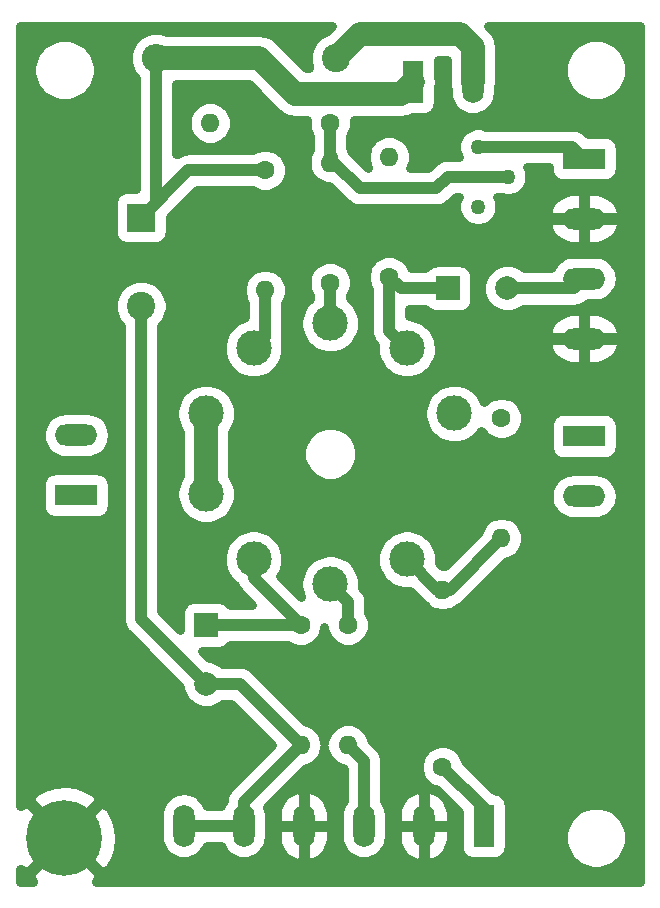
<source format=gbr>
%TF.GenerationSoftware,KiCad,Pcbnew,(5.1.5-0-10_14)*%
%TF.CreationDate,2020-09-13T21:23:24+01:00*%
%TF.ProjectId,EffectsPCB,45666665-6374-4735-9043-422e6b696361,rev?*%
%TF.SameCoordinates,Original*%
%TF.FileFunction,Copper,L2,Bot*%
%TF.FilePolarity,Positive*%
%FSLAX46Y46*%
G04 Gerber Fmt 4.6, Leading zero omitted, Abs format (unit mm)*
G04 Created by KiCad (PCBNEW (5.1.5-0-10_14)) date 2020-09-13 21:23:24*
%MOMM*%
%LPD*%
G04 APERTURE LIST*
%ADD10R,2.400000X2.400000*%
%ADD11C,2.400000*%
%ADD12C,1.600000*%
%ADD13O,1.600000X1.600000*%
%ADD14C,6.400000*%
%ADD15C,1.260000*%
%ADD16R,3.600000X1.800000*%
%ADD17O,3.600000X1.800000*%
%ADD18R,1.800000X3.600000*%
%ADD19O,1.800000X3.600000*%
%ADD20R,2.000000X2.000000*%
%ADD21C,2.000000*%
%ADD22C,3.000000*%
%ADD23O,2.400000X2.400000*%
%ADD24C,1.000000*%
%ADD25C,2.000000*%
%ADD26C,0.800000*%
G04 APERTURE END LIST*
D10*
X186500000Y-85000000D03*
D11*
X186500000Y-92500000D03*
D12*
X207500000Y-90000000D03*
D13*
X207500000Y-79840000D03*
D14*
X180000000Y-137500000D03*
D12*
X200000000Y-119500000D03*
D13*
X200000000Y-129660000D03*
D15*
X215000000Y-84080000D03*
X217540000Y-81540000D03*
X215000000Y-79000000D03*
D16*
X224000000Y-103500000D03*
D17*
X224000000Y-108580000D03*
D16*
X181000000Y-108500000D03*
D17*
X181000000Y-103420000D03*
D18*
X209500000Y-73500000D03*
D19*
X214580000Y-73500000D03*
D12*
X202500000Y-90500000D03*
D13*
X202500000Y-80340000D03*
D12*
X204000000Y-119500000D03*
D13*
X204000000Y-129660000D03*
D20*
X212500000Y-91000000D03*
D21*
X217500000Y-91000000D03*
D20*
X192000000Y-119500000D03*
D21*
X192000000Y-124500000D03*
D22*
X208989435Y-113931484D03*
X202500041Y-116040367D03*
X196010602Y-113931820D03*
X192000019Y-108411708D03*
X191999956Y-101588329D03*
X196010688Y-96068136D03*
X202499959Y-93959633D03*
X208989398Y-96068180D03*
X212999981Y-101588292D03*
D12*
X202500000Y-77000000D03*
D13*
X192340000Y-77000000D03*
D12*
X212000000Y-131500000D03*
D13*
X212000000Y-116500000D03*
D12*
X197000000Y-81000000D03*
D13*
X197000000Y-91160000D03*
D12*
X217000000Y-102000000D03*
D13*
X217000000Y-112160000D03*
D11*
X203000000Y-71500000D03*
D23*
X187760000Y-71500000D03*
D16*
X224000000Y-80000000D03*
D17*
X224000000Y-85080000D03*
X224000000Y-90160000D03*
X224000000Y-95240000D03*
D18*
X215500000Y-136500000D03*
D19*
X210420000Y-136500000D03*
X205340000Y-136500000D03*
X200260000Y-136500000D03*
X195180000Y-136500000D03*
X190100000Y-136500000D03*
D24*
X212500000Y-91000000D02*
X208500000Y-91000000D01*
X208500000Y-91000000D02*
X207500000Y-90000000D01*
X207500000Y-90000000D02*
X207500000Y-94578782D01*
X207500000Y-94578782D02*
X208989398Y-96068180D01*
X190100000Y-136500000D02*
X195180000Y-136500000D01*
X195180000Y-136500000D02*
X195180000Y-134480000D01*
X195180000Y-134480000D02*
X200000000Y-129660000D01*
X186500000Y-92500000D02*
X186500000Y-119000000D01*
X186500000Y-119000000D02*
X192000000Y-124500000D01*
X192000000Y-124500000D02*
X194840000Y-124500000D01*
X194840000Y-124500000D02*
X200000000Y-129660000D01*
X197000000Y-81000000D02*
X190500000Y-81000000D01*
X190500000Y-81000000D02*
X186500000Y-85000000D01*
X187760000Y-71500000D02*
X187760000Y-83740000D01*
X187760000Y-83740000D02*
X186500000Y-85000000D01*
D25*
X187760000Y-71500000D02*
X196500000Y-71500000D01*
X208500000Y-74500000D02*
X209500000Y-73500000D01*
X199500000Y-74500000D02*
X208500000Y-74500000D01*
X196500000Y-71500000D02*
X199500000Y-74500000D01*
D24*
X192000000Y-119500000D02*
X200000000Y-119500000D01*
X196010602Y-113931820D02*
X196010602Y-115510602D01*
X196010602Y-115510602D02*
X200000000Y-119500000D01*
X215500000Y-136500000D02*
X215500000Y-135000000D01*
X215500000Y-135000000D02*
X212000000Y-131500000D01*
X205340000Y-136500000D02*
X205340000Y-131000000D01*
X205340000Y-131000000D02*
X204000000Y-129660000D01*
X217500000Y-91000000D02*
X223160000Y-91000000D01*
X223160000Y-91000000D02*
X224000000Y-90160000D01*
X215000000Y-79000000D02*
X223000000Y-79000000D01*
X223000000Y-79000000D02*
X224000000Y-80000000D01*
X202500000Y-90500000D02*
X202500000Y-93959592D01*
D25*
X202500000Y-93959592D02*
X202499959Y-93959633D01*
D24*
X202500000Y-93921122D02*
X202461421Y-93959701D01*
X202500000Y-80340000D02*
X202840000Y-80340000D01*
X202840000Y-80340000D02*
X205000000Y-82500000D01*
X212460000Y-81540000D02*
X217540000Y-81540000D01*
X211500000Y-82500000D02*
X212460000Y-81540000D01*
X205000000Y-82500000D02*
X211500000Y-82500000D01*
X202500000Y-77000000D02*
X202500000Y-80340000D01*
X202500000Y-79840000D02*
X202660000Y-79840000D01*
X197000000Y-91160000D02*
X197000000Y-95078824D01*
X197000000Y-95078824D02*
X196010688Y-96068136D01*
X212000000Y-116500000D02*
X212660000Y-116500000D01*
X212660000Y-116500000D02*
X217000000Y-112160000D01*
X212000000Y-116500000D02*
X211557951Y-116500000D01*
X211557951Y-116500000D02*
X208989435Y-113931484D01*
D25*
X192000019Y-108411708D02*
X192000019Y-101588392D01*
X192000019Y-101588392D02*
X191999956Y-101588329D01*
D24*
X204000000Y-119500000D02*
X204000000Y-117540326D01*
X204000000Y-117540326D02*
X202500041Y-116040367D01*
X202500000Y-116040408D02*
X202500041Y-116040367D01*
D25*
X214580000Y-73500000D02*
X214580000Y-70580000D01*
X205000000Y-69500000D02*
X203000000Y-71500000D01*
X213500000Y-69500000D02*
X205000000Y-69500000D01*
X214580000Y-70580000D02*
X213500000Y-69500000D01*
D26*
G36*
X202123355Y-69265376D02*
G01*
X201863174Y-69373147D01*
X201470089Y-69635798D01*
X201135798Y-69970089D01*
X200873147Y-70363174D01*
X200692230Y-70799946D01*
X200600000Y-71263621D01*
X200600000Y-71736379D01*
X200692230Y-72200054D01*
X200733629Y-72300000D01*
X200411270Y-72300000D01*
X198132057Y-70020789D01*
X198063161Y-69936839D01*
X197728168Y-69661917D01*
X197345977Y-69457631D01*
X196931275Y-69331833D01*
X196608070Y-69300000D01*
X196608060Y-69300000D01*
X196500000Y-69289357D01*
X196391940Y-69300000D01*
X188720234Y-69300000D01*
X188460054Y-69192230D01*
X187996379Y-69100000D01*
X187523621Y-69100000D01*
X187059946Y-69192230D01*
X186623174Y-69373147D01*
X186230089Y-69635798D01*
X185895798Y-69970089D01*
X185633147Y-70363174D01*
X185452230Y-70799946D01*
X185360000Y-71263621D01*
X185360000Y-71736379D01*
X185452230Y-72200054D01*
X185633147Y-72636826D01*
X185895798Y-73029911D01*
X186060000Y-73194113D01*
X186060001Y-82594194D01*
X185300000Y-82594194D01*
X185064759Y-82617363D01*
X184838558Y-82685981D01*
X184630090Y-82797409D01*
X184447366Y-82947366D01*
X184297409Y-83130090D01*
X184185981Y-83338558D01*
X184117363Y-83564759D01*
X184094194Y-83800000D01*
X184094194Y-86200000D01*
X184117363Y-86435241D01*
X184185981Y-86661442D01*
X184297409Y-86869910D01*
X184447366Y-87052634D01*
X184630090Y-87202591D01*
X184838558Y-87314019D01*
X185064759Y-87382637D01*
X185300000Y-87405806D01*
X187700000Y-87405806D01*
X187935241Y-87382637D01*
X188161442Y-87314019D01*
X188369910Y-87202591D01*
X188552634Y-87052634D01*
X188702591Y-86869910D01*
X188814019Y-86661442D01*
X188882637Y-86435241D01*
X188905806Y-86200000D01*
X188905806Y-84998854D01*
X188967897Y-84947897D01*
X189021131Y-84883032D01*
X191204163Y-82700000D01*
X195944325Y-82700000D01*
X196052645Y-82772377D01*
X196416622Y-82923141D01*
X196803017Y-83000000D01*
X197196983Y-83000000D01*
X197583378Y-82923141D01*
X197947355Y-82772377D01*
X198274926Y-82553501D01*
X198553501Y-82274926D01*
X198772377Y-81947355D01*
X198923141Y-81583378D01*
X199000000Y-81196983D01*
X199000000Y-80803017D01*
X198923141Y-80416622D01*
X198772377Y-80052645D01*
X198553501Y-79725074D01*
X198274926Y-79446499D01*
X197947355Y-79227623D01*
X197583378Y-79076859D01*
X197196983Y-79000000D01*
X196803017Y-79000000D01*
X196416622Y-79076859D01*
X196052645Y-79227623D01*
X195944325Y-79300000D01*
X190583499Y-79300000D01*
X190499999Y-79291776D01*
X190416499Y-79300000D01*
X190416490Y-79300000D01*
X190166742Y-79324598D01*
X189846291Y-79421806D01*
X189550961Y-79579663D01*
X189550959Y-79579664D01*
X189550960Y-79579664D01*
X189460000Y-79654313D01*
X189460000Y-76803017D01*
X190340000Y-76803017D01*
X190340000Y-77196983D01*
X190416859Y-77583378D01*
X190567623Y-77947355D01*
X190786499Y-78274926D01*
X191065074Y-78553501D01*
X191392645Y-78772377D01*
X191756622Y-78923141D01*
X192143017Y-79000000D01*
X192536983Y-79000000D01*
X192923378Y-78923141D01*
X193287355Y-78772377D01*
X193614926Y-78553501D01*
X193893501Y-78274926D01*
X194112377Y-77947355D01*
X194263141Y-77583378D01*
X194340000Y-77196983D01*
X194340000Y-76803017D01*
X194263141Y-76416622D01*
X194112377Y-76052645D01*
X193893501Y-75725074D01*
X193614926Y-75446499D01*
X193287355Y-75227623D01*
X192923378Y-75076859D01*
X192536983Y-75000000D01*
X192143017Y-75000000D01*
X191756622Y-75076859D01*
X191392645Y-75227623D01*
X191065074Y-75446499D01*
X190786499Y-75725074D01*
X190567623Y-76052645D01*
X190416859Y-76416622D01*
X190340000Y-76803017D01*
X189460000Y-76803017D01*
X189460000Y-73700000D01*
X195588732Y-73700000D01*
X197867951Y-75979221D01*
X197936839Y-76063161D01*
X198020778Y-76132048D01*
X198020782Y-76132052D01*
X198048178Y-76154535D01*
X198271832Y-76338083D01*
X198654023Y-76542369D01*
X199068725Y-76668167D01*
X199391930Y-76700000D01*
X199391938Y-76700000D01*
X199500000Y-76710643D01*
X199608062Y-76700000D01*
X200520491Y-76700000D01*
X200500000Y-76803017D01*
X200500000Y-77196983D01*
X200576859Y-77583378D01*
X200727623Y-77947355D01*
X200800000Y-78055675D01*
X200800001Y-79284324D01*
X200727623Y-79392645D01*
X200576859Y-79756622D01*
X200500000Y-80143017D01*
X200500000Y-80536983D01*
X200576859Y-80923378D01*
X200727623Y-81287355D01*
X200946499Y-81614926D01*
X201225074Y-81893501D01*
X201552645Y-82112377D01*
X201916622Y-82263141D01*
X202303017Y-82340000D01*
X202435837Y-82340000D01*
X203738872Y-83643035D01*
X203792103Y-83707897D01*
X203856965Y-83761128D01*
X203856968Y-83761131D01*
X203904330Y-83800000D01*
X204050961Y-83920337D01*
X204346291Y-84078194D01*
X204666742Y-84175402D01*
X204916490Y-84200000D01*
X204916499Y-84200000D01*
X204999999Y-84208224D01*
X205083499Y-84200000D01*
X211416500Y-84200000D01*
X211500000Y-84208224D01*
X211583500Y-84200000D01*
X211583510Y-84200000D01*
X211833258Y-84175402D01*
X212153709Y-84078194D01*
X212449039Y-83920337D01*
X212595670Y-83800000D01*
X212643031Y-83761132D01*
X212643035Y-83761128D01*
X212707897Y-83707897D01*
X212761128Y-83643035D01*
X213164163Y-83240000D01*
X213367162Y-83240000D01*
X213240325Y-83546209D01*
X213170000Y-83899761D01*
X213170000Y-84260239D01*
X213240325Y-84613791D01*
X213378275Y-84946830D01*
X213578546Y-85246557D01*
X213833443Y-85501454D01*
X214133170Y-85701725D01*
X214466209Y-85839675D01*
X214819761Y-85910000D01*
X215180239Y-85910000D01*
X215533791Y-85839675D01*
X215866830Y-85701725D01*
X216111520Y-85538228D01*
X220846108Y-85538228D01*
X220936808Y-85867784D01*
X221132062Y-86274665D01*
X221402943Y-86635635D01*
X221739041Y-86936823D01*
X222127440Y-87166655D01*
X222553214Y-87316297D01*
X223000000Y-87380000D01*
X223900000Y-87380000D01*
X223900000Y-85180000D01*
X224100000Y-85180000D01*
X224100000Y-87380000D01*
X225000000Y-87380000D01*
X225446786Y-87316297D01*
X225872560Y-87166655D01*
X226260959Y-86936823D01*
X226597057Y-86635635D01*
X226867938Y-86274665D01*
X227063192Y-85867784D01*
X227153892Y-85538228D01*
X226847434Y-85180000D01*
X224100000Y-85180000D01*
X223900000Y-85180000D01*
X221152566Y-85180000D01*
X220846108Y-85538228D01*
X216111520Y-85538228D01*
X216166557Y-85501454D01*
X216421454Y-85246557D01*
X216621725Y-84946830D01*
X216756369Y-84621772D01*
X220846108Y-84621772D01*
X221152566Y-84980000D01*
X223900000Y-84980000D01*
X223900000Y-82780000D01*
X224100000Y-82780000D01*
X224100000Y-84980000D01*
X226847434Y-84980000D01*
X227153892Y-84621772D01*
X227063192Y-84292216D01*
X226867938Y-83885335D01*
X226597057Y-83524365D01*
X226260959Y-83223177D01*
X225872560Y-82993345D01*
X225446786Y-82843703D01*
X225000000Y-82780000D01*
X224100000Y-82780000D01*
X223900000Y-82780000D01*
X223000000Y-82780000D01*
X222553214Y-82843703D01*
X222127440Y-82993345D01*
X221739041Y-83223177D01*
X221402943Y-83524365D01*
X221132062Y-83885335D01*
X220936808Y-84292216D01*
X220846108Y-84621772D01*
X216756369Y-84621772D01*
X216759675Y-84613791D01*
X216830000Y-84260239D01*
X216830000Y-83899761D01*
X216759675Y-83546209D01*
X216632838Y-83240000D01*
X216862142Y-83240000D01*
X217006209Y-83299675D01*
X217359761Y-83370000D01*
X217720239Y-83370000D01*
X218073791Y-83299675D01*
X218406830Y-83161725D01*
X218706557Y-82961454D01*
X218961454Y-82706557D01*
X219161725Y-82406830D01*
X219299675Y-82073791D01*
X219370000Y-81720239D01*
X219370000Y-81359761D01*
X219299675Y-81006209D01*
X219172838Y-80700000D01*
X220994194Y-80700000D01*
X220994194Y-80900000D01*
X221017363Y-81135241D01*
X221085981Y-81361442D01*
X221197409Y-81569910D01*
X221347366Y-81752634D01*
X221530090Y-81902591D01*
X221738558Y-82014019D01*
X221964759Y-82082637D01*
X222200000Y-82105806D01*
X225800000Y-82105806D01*
X226035241Y-82082637D01*
X226261442Y-82014019D01*
X226469910Y-81902591D01*
X226652634Y-81752634D01*
X226802591Y-81569910D01*
X226914019Y-81361442D01*
X226982637Y-81135241D01*
X227005806Y-80900000D01*
X227005806Y-79100000D01*
X226982637Y-78864759D01*
X226914019Y-78638558D01*
X226802591Y-78430090D01*
X226652634Y-78247366D01*
X226469910Y-78097409D01*
X226261442Y-77985981D01*
X226035241Y-77917363D01*
X225800000Y-77894194D01*
X224298357Y-77894194D01*
X224261129Y-77856966D01*
X224207897Y-77792103D01*
X224143035Y-77738872D01*
X224143031Y-77738868D01*
X223949039Y-77579663D01*
X223946949Y-77578546D01*
X223653709Y-77421806D01*
X223333258Y-77324598D01*
X223083510Y-77300000D01*
X223083500Y-77300000D01*
X223000000Y-77291776D01*
X222916500Y-77300000D01*
X215677858Y-77300000D01*
X215533791Y-77240325D01*
X215180239Y-77170000D01*
X214819761Y-77170000D01*
X214466209Y-77240325D01*
X214133170Y-77378275D01*
X213833443Y-77578546D01*
X213578546Y-77833443D01*
X213378275Y-78133170D01*
X213240325Y-78466209D01*
X213170000Y-78819761D01*
X213170000Y-79180239D01*
X213240325Y-79533791D01*
X213367162Y-79840000D01*
X212543499Y-79840000D01*
X212459999Y-79831776D01*
X212376499Y-79840000D01*
X212376490Y-79840000D01*
X212126742Y-79864598D01*
X211806291Y-79961806D01*
X211734835Y-80000000D01*
X211510960Y-80119663D01*
X211316969Y-80278868D01*
X211316965Y-80278872D01*
X211252103Y-80332103D01*
X211198872Y-80396965D01*
X210795837Y-80800000D01*
X209263928Y-80800000D01*
X209272377Y-80787355D01*
X209423141Y-80423378D01*
X209500000Y-80036983D01*
X209500000Y-79643017D01*
X209423141Y-79256622D01*
X209272377Y-78892645D01*
X209053501Y-78565074D01*
X208774926Y-78286499D01*
X208447355Y-78067623D01*
X208083378Y-77916859D01*
X207696983Y-77840000D01*
X207303017Y-77840000D01*
X206916622Y-77916859D01*
X206552645Y-78067623D01*
X206225074Y-78286499D01*
X205946499Y-78565074D01*
X205727623Y-78892645D01*
X205576859Y-79256622D01*
X205500000Y-79643017D01*
X205500000Y-80036983D01*
X205576859Y-80423378D01*
X205727623Y-80787355D01*
X205736072Y-80800000D01*
X205704163Y-80800000D01*
X204302525Y-79398362D01*
X204238194Y-79186291D01*
X204200000Y-79114835D01*
X204200000Y-78055675D01*
X204272377Y-77947355D01*
X204423141Y-77583378D01*
X204500000Y-77196983D01*
X204500000Y-76803017D01*
X204479509Y-76700000D01*
X208391940Y-76700000D01*
X208500000Y-76710643D01*
X208608060Y-76700000D01*
X208608070Y-76700000D01*
X208931275Y-76668167D01*
X209345977Y-76542369D01*
X209414381Y-76505806D01*
X210400000Y-76505806D01*
X210635241Y-76482637D01*
X210861442Y-76414019D01*
X211069910Y-76302591D01*
X211252634Y-76152634D01*
X211402591Y-75969910D01*
X211514019Y-75761442D01*
X211582637Y-75535241D01*
X211605806Y-75300000D01*
X211605806Y-74136852D01*
X211668167Y-73931275D01*
X211710643Y-73500000D01*
X211668167Y-73068725D01*
X211605806Y-72863148D01*
X211605806Y-71700000D01*
X212380000Y-71700000D01*
X212380000Y-73608069D01*
X212411833Y-73931274D01*
X212480000Y-74155991D01*
X212480000Y-74503167D01*
X212510386Y-74811672D01*
X212630466Y-75207524D01*
X212825466Y-75572343D01*
X213087892Y-75892109D01*
X213407658Y-76154535D01*
X213772477Y-76349535D01*
X214168329Y-76469615D01*
X214580000Y-76510161D01*
X214991672Y-76469615D01*
X215387524Y-76349535D01*
X215752343Y-76154535D01*
X216072109Y-75892109D01*
X216334535Y-75572343D01*
X216529535Y-75207524D01*
X216649615Y-74811672D01*
X216680000Y-74503166D01*
X216680000Y-74155992D01*
X216748167Y-73931275D01*
X216780000Y-73608070D01*
X216780000Y-72224224D01*
X222200000Y-72224224D01*
X222200000Y-72775776D01*
X222307602Y-73316730D01*
X222518672Y-73826297D01*
X222825098Y-74284896D01*
X223215104Y-74674902D01*
X223673703Y-74981328D01*
X224183270Y-75192398D01*
X224724224Y-75300000D01*
X225275776Y-75300000D01*
X225816730Y-75192398D01*
X226326297Y-74981328D01*
X226784896Y-74674902D01*
X227174902Y-74284896D01*
X227481328Y-73826297D01*
X227692398Y-73316730D01*
X227800000Y-72775776D01*
X227800000Y-72224224D01*
X227692398Y-71683270D01*
X227481328Y-71173703D01*
X227174902Y-70715104D01*
X226784896Y-70325098D01*
X226326297Y-70018672D01*
X225816730Y-69807602D01*
X225275776Y-69700000D01*
X224724224Y-69700000D01*
X224183270Y-69807602D01*
X223673703Y-70018672D01*
X223215104Y-70325098D01*
X222825098Y-70715104D01*
X222518672Y-71173703D01*
X222307602Y-71683270D01*
X222200000Y-72224224D01*
X216780000Y-72224224D01*
X216780000Y-70688062D01*
X216790643Y-70580000D01*
X216780000Y-70471938D01*
X216780000Y-70471930D01*
X216748167Y-70148725D01*
X216622369Y-69734023D01*
X216418083Y-69351832D01*
X216143161Y-69016839D01*
X216059215Y-68947947D01*
X215886269Y-68775000D01*
X228725000Y-68775000D01*
X228725001Y-141225000D01*
X182667531Y-141225000D01*
X182949403Y-140590825D01*
X180000000Y-137641421D01*
X177050597Y-140590825D01*
X177332469Y-141225000D01*
X176275000Y-141225000D01*
X176275000Y-140167531D01*
X176909175Y-140449403D01*
X179858579Y-137500000D01*
X180141421Y-137500000D01*
X183090825Y-140449403D01*
X183797388Y-140135357D01*
X184238554Y-139343885D01*
X184516836Y-138481554D01*
X184621538Y-137581503D01*
X184548637Y-136678319D01*
X184300935Y-135806713D01*
X183887949Y-135000178D01*
X183797388Y-134864643D01*
X183090825Y-134550597D01*
X180141421Y-137500000D01*
X179858579Y-137500000D01*
X176909175Y-134550597D01*
X176275000Y-134832469D01*
X176275000Y-134409175D01*
X177050597Y-134409175D01*
X180000000Y-137358579D01*
X182949403Y-134409175D01*
X182635357Y-133702612D01*
X181843885Y-133261446D01*
X180981554Y-132983164D01*
X180081503Y-132878462D01*
X179178319Y-132951363D01*
X178306713Y-133199065D01*
X177500178Y-133612051D01*
X177364643Y-133702612D01*
X177050597Y-134409175D01*
X176275000Y-134409175D01*
X176275000Y-107600000D01*
X177994194Y-107600000D01*
X177994194Y-109400000D01*
X178017363Y-109635241D01*
X178085981Y-109861442D01*
X178197409Y-110069910D01*
X178347366Y-110252634D01*
X178530090Y-110402591D01*
X178738558Y-110514019D01*
X178964759Y-110582637D01*
X179200000Y-110605806D01*
X182800000Y-110605806D01*
X183035241Y-110582637D01*
X183261442Y-110514019D01*
X183469910Y-110402591D01*
X183652634Y-110252634D01*
X183802591Y-110069910D01*
X183914019Y-109861442D01*
X183982637Y-109635241D01*
X184005806Y-109400000D01*
X184005806Y-107600000D01*
X183982637Y-107364759D01*
X183914019Y-107138558D01*
X183802591Y-106930090D01*
X183652634Y-106747366D01*
X183469910Y-106597409D01*
X183261442Y-106485981D01*
X183035241Y-106417363D01*
X182800000Y-106394194D01*
X179200000Y-106394194D01*
X178964759Y-106417363D01*
X178738558Y-106485981D01*
X178530090Y-106597409D01*
X178347366Y-106747366D01*
X178197409Y-106930090D01*
X178085981Y-107138558D01*
X178017363Y-107364759D01*
X177994194Y-107600000D01*
X176275000Y-107600000D01*
X176275000Y-103420000D01*
X177989839Y-103420000D01*
X178030385Y-103831672D01*
X178150465Y-104227524D01*
X178345465Y-104592343D01*
X178607891Y-104912109D01*
X178927657Y-105174535D01*
X179292476Y-105369535D01*
X179688328Y-105489615D01*
X179996833Y-105520000D01*
X182003167Y-105520000D01*
X182311672Y-105489615D01*
X182707524Y-105369535D01*
X183072343Y-105174535D01*
X183392109Y-104912109D01*
X183654535Y-104592343D01*
X183849535Y-104227524D01*
X183969615Y-103831672D01*
X184010161Y-103420000D01*
X183969615Y-103008328D01*
X183849535Y-102612476D01*
X183654535Y-102247657D01*
X183392109Y-101927891D01*
X183072343Y-101665465D01*
X182707524Y-101470465D01*
X182311672Y-101350385D01*
X182003167Y-101320000D01*
X179996833Y-101320000D01*
X179688328Y-101350385D01*
X179292476Y-101470465D01*
X178927657Y-101665465D01*
X178607891Y-101927891D01*
X178345465Y-102247657D01*
X178150465Y-102612476D01*
X178030385Y-103008328D01*
X177989839Y-103420000D01*
X176275000Y-103420000D01*
X176275000Y-92263621D01*
X184100000Y-92263621D01*
X184100000Y-92736379D01*
X184192230Y-93200054D01*
X184373147Y-93636826D01*
X184635798Y-94029911D01*
X184800000Y-94194113D01*
X184800001Y-118916490D01*
X184791776Y-119000000D01*
X184824599Y-119333258D01*
X184921807Y-119653709D01*
X185079663Y-119949039D01*
X185238868Y-120143031D01*
X185238877Y-120143040D01*
X185292104Y-120207897D01*
X185356961Y-120261124D01*
X189800000Y-124704163D01*
X189800000Y-124716681D01*
X189884545Y-125141716D01*
X190050385Y-125542091D01*
X190291148Y-125902418D01*
X190597582Y-126208852D01*
X190957909Y-126449615D01*
X191358284Y-126615455D01*
X191783319Y-126700000D01*
X192216681Y-126700000D01*
X192641716Y-126615455D01*
X193042091Y-126449615D01*
X193402418Y-126208852D01*
X193411270Y-126200000D01*
X194135837Y-126200000D01*
X197595837Y-129660000D01*
X194036961Y-133218876D01*
X193972104Y-133272103D01*
X193918877Y-133336960D01*
X193918868Y-133336969D01*
X193759663Y-133530961D01*
X193601807Y-133826291D01*
X193504599Y-134146742D01*
X193483950Y-134356394D01*
X193425466Y-134427657D01*
X193230466Y-134792476D01*
X193228184Y-134800000D01*
X192051817Y-134800000D01*
X192049535Y-134792476D01*
X191854535Y-134427657D01*
X191592109Y-134107891D01*
X191272343Y-133845465D01*
X190907524Y-133650465D01*
X190511672Y-133530385D01*
X190100000Y-133489839D01*
X189688329Y-133530385D01*
X189292477Y-133650465D01*
X188927658Y-133845465D01*
X188607892Y-134107891D01*
X188345466Y-134427657D01*
X188150466Y-134792476D01*
X188030386Y-135188328D01*
X188000000Y-135496833D01*
X188000000Y-137503166D01*
X188030385Y-137811671D01*
X188150465Y-138207523D01*
X188345465Y-138572343D01*
X188607891Y-138892109D01*
X188927657Y-139154535D01*
X189292476Y-139349535D01*
X189688328Y-139469615D01*
X190100000Y-139510161D01*
X190511671Y-139469615D01*
X190907523Y-139349535D01*
X191272343Y-139154535D01*
X191592109Y-138892109D01*
X191854535Y-138572343D01*
X192049535Y-138207524D01*
X192051817Y-138200000D01*
X193228183Y-138200000D01*
X193230465Y-138207523D01*
X193425465Y-138572343D01*
X193687891Y-138892109D01*
X194007657Y-139154535D01*
X194372476Y-139349535D01*
X194768328Y-139469615D01*
X195180000Y-139510161D01*
X195591671Y-139469615D01*
X195987523Y-139349535D01*
X196352343Y-139154535D01*
X196672109Y-138892109D01*
X196934535Y-138572343D01*
X197129535Y-138207524D01*
X197249615Y-137811672D01*
X197280000Y-137503167D01*
X197280000Y-136600000D01*
X197960000Y-136600000D01*
X197960000Y-137500000D01*
X198023703Y-137946786D01*
X198173345Y-138372560D01*
X198403177Y-138760959D01*
X198704365Y-139097057D01*
X199065335Y-139367938D01*
X199472216Y-139563192D01*
X199801772Y-139653892D01*
X200160000Y-139347434D01*
X200160000Y-136600000D01*
X200360000Y-136600000D01*
X200360000Y-139347434D01*
X200718228Y-139653892D01*
X201047784Y-139563192D01*
X201454665Y-139367938D01*
X201815635Y-139097057D01*
X202116823Y-138760959D01*
X202346655Y-138372560D01*
X202496297Y-137946786D01*
X202560000Y-137500000D01*
X202560000Y-136600000D01*
X200360000Y-136600000D01*
X200160000Y-136600000D01*
X197960000Y-136600000D01*
X197280000Y-136600000D01*
X197280000Y-135500000D01*
X197960000Y-135500000D01*
X197960000Y-136400000D01*
X200160000Y-136400000D01*
X200160000Y-133652566D01*
X200360000Y-133652566D01*
X200360000Y-136400000D01*
X202560000Y-136400000D01*
X202560000Y-135500000D01*
X202496297Y-135053214D01*
X202346655Y-134627440D01*
X202116823Y-134239041D01*
X201815635Y-133902943D01*
X201454665Y-133632062D01*
X201047784Y-133436808D01*
X200718228Y-133346108D01*
X200360000Y-133652566D01*
X200160000Y-133652566D01*
X199801772Y-133346108D01*
X199472216Y-133436808D01*
X199065335Y-133632062D01*
X198704365Y-133902943D01*
X198403177Y-134239041D01*
X198173345Y-134627440D01*
X198023703Y-135053214D01*
X197960000Y-135500000D01*
X197280000Y-135500000D01*
X197280000Y-135496834D01*
X197249615Y-135188328D01*
X197162620Y-134901543D01*
X200455607Y-131608556D01*
X200583378Y-131583141D01*
X200947355Y-131432377D01*
X201274926Y-131213501D01*
X201553501Y-130934926D01*
X201772377Y-130607355D01*
X201923141Y-130243378D01*
X202000000Y-129856983D01*
X202076859Y-130243378D01*
X202227623Y-130607355D01*
X202446499Y-130934926D01*
X202725074Y-131213501D01*
X203052645Y-131432377D01*
X203416622Y-131583141D01*
X203544393Y-131608556D01*
X203640001Y-131704164D01*
X203640000Y-134361207D01*
X203585466Y-134427657D01*
X203390466Y-134792476D01*
X203270386Y-135188328D01*
X203240000Y-135496833D01*
X203240000Y-137503166D01*
X203270385Y-137811671D01*
X203390465Y-138207523D01*
X203585465Y-138572343D01*
X203847891Y-138892109D01*
X204167657Y-139154535D01*
X204532476Y-139349535D01*
X204928328Y-139469615D01*
X205340000Y-139510161D01*
X205751671Y-139469615D01*
X206147523Y-139349535D01*
X206512343Y-139154535D01*
X206832109Y-138892109D01*
X207094535Y-138572343D01*
X207289535Y-138207524D01*
X207409615Y-137811672D01*
X207440000Y-137503167D01*
X207440000Y-136600000D01*
X208120000Y-136600000D01*
X208120000Y-137500000D01*
X208183703Y-137946786D01*
X208333345Y-138372560D01*
X208563177Y-138760959D01*
X208864365Y-139097057D01*
X209225335Y-139367938D01*
X209632216Y-139563192D01*
X209961772Y-139653892D01*
X210320000Y-139347434D01*
X210320000Y-136600000D01*
X210520000Y-136600000D01*
X210520000Y-139347434D01*
X210878228Y-139653892D01*
X211207784Y-139563192D01*
X211614665Y-139367938D01*
X211975635Y-139097057D01*
X212276823Y-138760959D01*
X212506655Y-138372560D01*
X212656297Y-137946786D01*
X212720000Y-137500000D01*
X212720000Y-136600000D01*
X210520000Y-136600000D01*
X210320000Y-136600000D01*
X208120000Y-136600000D01*
X207440000Y-136600000D01*
X207440000Y-135500000D01*
X208120000Y-135500000D01*
X208120000Y-136400000D01*
X210320000Y-136400000D01*
X210320000Y-133652566D01*
X210520000Y-133652566D01*
X210520000Y-136400000D01*
X212720000Y-136400000D01*
X212720000Y-135500000D01*
X212656297Y-135053214D01*
X212506655Y-134627440D01*
X212276823Y-134239041D01*
X211975635Y-133902943D01*
X211614665Y-133632062D01*
X211207784Y-133436808D01*
X210878228Y-133346108D01*
X210520000Y-133652566D01*
X210320000Y-133652566D01*
X209961772Y-133346108D01*
X209632216Y-133436808D01*
X209225335Y-133632062D01*
X208864365Y-133902943D01*
X208563177Y-134239041D01*
X208333345Y-134627440D01*
X208183703Y-135053214D01*
X208120000Y-135500000D01*
X207440000Y-135500000D01*
X207440000Y-135496834D01*
X207409615Y-135188328D01*
X207289535Y-134792476D01*
X207094535Y-134427657D01*
X207040000Y-134361206D01*
X207040000Y-131303017D01*
X210000000Y-131303017D01*
X210000000Y-131696983D01*
X210076859Y-132083378D01*
X210227623Y-132447355D01*
X210446499Y-132774926D01*
X210725074Y-133053501D01*
X211052645Y-133272377D01*
X211416622Y-133423141D01*
X211544393Y-133448556D01*
X213394194Y-135298357D01*
X213394194Y-138300000D01*
X213417363Y-138535241D01*
X213485981Y-138761442D01*
X213597409Y-138969910D01*
X213747366Y-139152634D01*
X213930090Y-139302591D01*
X214138558Y-139414019D01*
X214364759Y-139482637D01*
X214600000Y-139505806D01*
X216400000Y-139505806D01*
X216635241Y-139482637D01*
X216861442Y-139414019D01*
X217069910Y-139302591D01*
X217252634Y-139152634D01*
X217402591Y-138969910D01*
X217514019Y-138761442D01*
X217582637Y-138535241D01*
X217605806Y-138300000D01*
X217605806Y-137224224D01*
X222200000Y-137224224D01*
X222200000Y-137775776D01*
X222307602Y-138316730D01*
X222518672Y-138826297D01*
X222825098Y-139284896D01*
X223215104Y-139674902D01*
X223673703Y-139981328D01*
X224183270Y-140192398D01*
X224724224Y-140300000D01*
X225275776Y-140300000D01*
X225816730Y-140192398D01*
X226326297Y-139981328D01*
X226784896Y-139674902D01*
X227174902Y-139284896D01*
X227481328Y-138826297D01*
X227692398Y-138316730D01*
X227800000Y-137775776D01*
X227800000Y-137224224D01*
X227692398Y-136683270D01*
X227481328Y-136173703D01*
X227174902Y-135715104D01*
X226784896Y-135325098D01*
X226326297Y-135018672D01*
X225816730Y-134807602D01*
X225275776Y-134700000D01*
X224724224Y-134700000D01*
X224183270Y-134807602D01*
X223673703Y-135018672D01*
X223215104Y-135325098D01*
X222825098Y-135715104D01*
X222518672Y-136173703D01*
X222307602Y-136683270D01*
X222200000Y-137224224D01*
X217605806Y-137224224D01*
X217605806Y-134700000D01*
X217582637Y-134464759D01*
X217514019Y-134238558D01*
X217402591Y-134030090D01*
X217252634Y-133847366D01*
X217069910Y-133697409D01*
X216861442Y-133585981D01*
X216635241Y-133517363D01*
X216400000Y-133494194D01*
X216398357Y-133494194D01*
X213948556Y-131044393D01*
X213923141Y-130916622D01*
X213772377Y-130552645D01*
X213553501Y-130225074D01*
X213274926Y-129946499D01*
X212947355Y-129727623D01*
X212583378Y-129576859D01*
X212196983Y-129500000D01*
X211803017Y-129500000D01*
X211416622Y-129576859D01*
X211052645Y-129727623D01*
X210725074Y-129946499D01*
X210446499Y-130225074D01*
X210227623Y-130552645D01*
X210076859Y-130916622D01*
X210000000Y-131303017D01*
X207040000Y-131303017D01*
X207040000Y-131083499D01*
X207048224Y-130999999D01*
X207040000Y-130916499D01*
X207040000Y-130916490D01*
X207015402Y-130666742D01*
X206918194Y-130346291D01*
X206760337Y-130050961D01*
X206547897Y-129792103D01*
X206483035Y-129738872D01*
X205948556Y-129204393D01*
X205923141Y-129076622D01*
X205772377Y-128712645D01*
X205553501Y-128385074D01*
X205274926Y-128106499D01*
X204947355Y-127887623D01*
X204583378Y-127736859D01*
X204196983Y-127660000D01*
X203803017Y-127660000D01*
X203416622Y-127736859D01*
X203052645Y-127887623D01*
X202725074Y-128106499D01*
X202446499Y-128385074D01*
X202227623Y-128712645D01*
X202076859Y-129076622D01*
X202000000Y-129463017D01*
X201923141Y-129076622D01*
X201772377Y-128712645D01*
X201553501Y-128385074D01*
X201274926Y-128106499D01*
X200947355Y-127887623D01*
X200583378Y-127736859D01*
X200455608Y-127711444D01*
X196101128Y-123356965D01*
X196047897Y-123292103D01*
X195983035Y-123238872D01*
X195983031Y-123238868D01*
X195789039Y-123079663D01*
X195493709Y-122921806D01*
X195173258Y-122824598D01*
X194923510Y-122800000D01*
X194923500Y-122800000D01*
X194840000Y-122791776D01*
X194756500Y-122800000D01*
X193411270Y-122800000D01*
X193402418Y-122791148D01*
X193042091Y-122550385D01*
X192641716Y-122384545D01*
X192216681Y-122300000D01*
X192204163Y-122300000D01*
X191609969Y-121705806D01*
X193000000Y-121705806D01*
X193235241Y-121682637D01*
X193461442Y-121614019D01*
X193669910Y-121502591D01*
X193852634Y-121352634D01*
X193977897Y-121200000D01*
X198944325Y-121200000D01*
X199052645Y-121272377D01*
X199416622Y-121423141D01*
X199803017Y-121500000D01*
X200196983Y-121500000D01*
X200583378Y-121423141D01*
X200947355Y-121272377D01*
X201274926Y-121053501D01*
X201553501Y-120774926D01*
X201772377Y-120447355D01*
X201923141Y-120083378D01*
X202000000Y-119696983D01*
X202076859Y-120083378D01*
X202227623Y-120447355D01*
X202446499Y-120774926D01*
X202725074Y-121053501D01*
X203052645Y-121272377D01*
X203416622Y-121423141D01*
X203803017Y-121500000D01*
X204196983Y-121500000D01*
X204583378Y-121423141D01*
X204947355Y-121272377D01*
X205274926Y-121053501D01*
X205553501Y-120774926D01*
X205772377Y-120447355D01*
X205923141Y-120083378D01*
X206000000Y-119696983D01*
X206000000Y-119303017D01*
X205923141Y-118916622D01*
X205772377Y-118552645D01*
X205700000Y-118444325D01*
X205700000Y-117623825D01*
X205708224Y-117540325D01*
X205700000Y-117456825D01*
X205700000Y-117456816D01*
X205675402Y-117207068D01*
X205578194Y-116886617D01*
X205420337Y-116591287D01*
X205368172Y-116527724D01*
X205261131Y-116397294D01*
X205261128Y-116397291D01*
X205207897Y-116332429D01*
X205196674Y-116323219D01*
X205200041Y-116306294D01*
X205200041Y-115774440D01*
X205096281Y-115252806D01*
X204892750Y-114761437D01*
X204597268Y-114319217D01*
X204221191Y-113943140D01*
X203805759Y-113665557D01*
X206289435Y-113665557D01*
X206289435Y-114197411D01*
X206393195Y-114719045D01*
X206596726Y-115210414D01*
X206892208Y-115652634D01*
X207268285Y-116028711D01*
X207710505Y-116324193D01*
X208201874Y-116527724D01*
X208723508Y-116631484D01*
X209255362Y-116631484D01*
X209280310Y-116626522D01*
X210296823Y-117643035D01*
X210350054Y-117707897D01*
X210414916Y-117761128D01*
X210414919Y-117761131D01*
X210452659Y-117792103D01*
X210514097Y-117842524D01*
X210725074Y-118053501D01*
X211052645Y-118272377D01*
X211416622Y-118423141D01*
X211803017Y-118500000D01*
X212196983Y-118500000D01*
X212583378Y-118423141D01*
X212947355Y-118272377D01*
X213174996Y-118120272D01*
X213313709Y-118078194D01*
X213609039Y-117920337D01*
X213755670Y-117800000D01*
X213803031Y-117761132D01*
X213803035Y-117761128D01*
X213867897Y-117707897D01*
X213921128Y-117643035D01*
X217455607Y-114108556D01*
X217583378Y-114083141D01*
X217947355Y-113932377D01*
X218274926Y-113713501D01*
X218553501Y-113434926D01*
X218772377Y-113107355D01*
X218923141Y-112743378D01*
X219000000Y-112356983D01*
X219000000Y-111963017D01*
X218923141Y-111576622D01*
X218772377Y-111212645D01*
X218553501Y-110885074D01*
X218274926Y-110606499D01*
X217947355Y-110387623D01*
X217583378Y-110236859D01*
X217196983Y-110160000D01*
X216803017Y-110160000D01*
X216416622Y-110236859D01*
X216052645Y-110387623D01*
X215725074Y-110606499D01*
X215446499Y-110885074D01*
X215227623Y-111212645D01*
X215076859Y-111576622D01*
X215051444Y-111704393D01*
X212246072Y-114509765D01*
X212196983Y-114500000D01*
X211962114Y-114500000D01*
X211684473Y-114222359D01*
X211689435Y-114197411D01*
X211689435Y-113665557D01*
X211585675Y-113143923D01*
X211382144Y-112652554D01*
X211086662Y-112210334D01*
X210710585Y-111834257D01*
X210268365Y-111538775D01*
X209776996Y-111335244D01*
X209255362Y-111231484D01*
X208723508Y-111231484D01*
X208201874Y-111335244D01*
X207710505Y-111538775D01*
X207268285Y-111834257D01*
X206892208Y-112210334D01*
X206596726Y-112652554D01*
X206393195Y-113143923D01*
X206289435Y-113665557D01*
X203805759Y-113665557D01*
X203778971Y-113647658D01*
X203287602Y-113444127D01*
X202765968Y-113340367D01*
X202234114Y-113340367D01*
X201712480Y-113444127D01*
X201221111Y-113647658D01*
X200778891Y-113943140D01*
X200402814Y-114319217D01*
X200107332Y-114761437D01*
X199903801Y-115252806D01*
X199800041Y-115774440D01*
X199800041Y-116306294D01*
X199903801Y-116827928D01*
X200025218Y-117121055D01*
X198287795Y-115383632D01*
X198403311Y-115210750D01*
X198606842Y-114719381D01*
X198710602Y-114197747D01*
X198710602Y-113665893D01*
X198606842Y-113144259D01*
X198403311Y-112652890D01*
X198107829Y-112210670D01*
X197731752Y-111834593D01*
X197289532Y-111539111D01*
X196798163Y-111335580D01*
X196276529Y-111231820D01*
X195744675Y-111231820D01*
X195223041Y-111335580D01*
X194731672Y-111539111D01*
X194289452Y-111834593D01*
X193913375Y-112210670D01*
X193617893Y-112652890D01*
X193414362Y-113144259D01*
X193310602Y-113665893D01*
X193310602Y-114197747D01*
X193414362Y-114719381D01*
X193617893Y-115210750D01*
X193913375Y-115652970D01*
X194289452Y-116029047D01*
X194417288Y-116114464D01*
X194432409Y-116164311D01*
X194590265Y-116459641D01*
X194749470Y-116653633D01*
X194749479Y-116653642D01*
X194802706Y-116718499D01*
X194867563Y-116771726D01*
X195895837Y-117800000D01*
X193977897Y-117800000D01*
X193852634Y-117647366D01*
X193669910Y-117497409D01*
X193461442Y-117385981D01*
X193235241Y-117317363D01*
X193000000Y-117294194D01*
X191000000Y-117294194D01*
X190764759Y-117317363D01*
X190538558Y-117385981D01*
X190330090Y-117497409D01*
X190147366Y-117647366D01*
X189997409Y-117830090D01*
X189885981Y-118038558D01*
X189817363Y-118264759D01*
X189794194Y-118500000D01*
X189794194Y-119890031D01*
X188200000Y-118295837D01*
X188200000Y-101322402D01*
X189299956Y-101322402D01*
X189299956Y-101854256D01*
X189403716Y-102375890D01*
X189607247Y-102867259D01*
X189800020Y-103155764D01*
X189800019Y-106844368D01*
X189607310Y-107132778D01*
X189403779Y-107624147D01*
X189300019Y-108145781D01*
X189300019Y-108677635D01*
X189403779Y-109199269D01*
X189607310Y-109690638D01*
X189902792Y-110132858D01*
X190278869Y-110508935D01*
X190721089Y-110804417D01*
X191212458Y-111007948D01*
X191734092Y-111111708D01*
X192265946Y-111111708D01*
X192787580Y-111007948D01*
X193278949Y-110804417D01*
X193721169Y-110508935D01*
X194097246Y-110132858D01*
X194392728Y-109690638D01*
X194596259Y-109199269D01*
X194700019Y-108677635D01*
X194700019Y-108580000D01*
X220989839Y-108580000D01*
X221030385Y-108991672D01*
X221150465Y-109387524D01*
X221345465Y-109752343D01*
X221607891Y-110072109D01*
X221927657Y-110334535D01*
X222292476Y-110529535D01*
X222688328Y-110649615D01*
X222996833Y-110680000D01*
X225003167Y-110680000D01*
X225311672Y-110649615D01*
X225707524Y-110529535D01*
X226072343Y-110334535D01*
X226392109Y-110072109D01*
X226654535Y-109752343D01*
X226849535Y-109387524D01*
X226969615Y-108991672D01*
X227010161Y-108580000D01*
X226969615Y-108168328D01*
X226849535Y-107772476D01*
X226654535Y-107407657D01*
X226392109Y-107087891D01*
X226072343Y-106825465D01*
X225707524Y-106630465D01*
X225311672Y-106510385D01*
X225003167Y-106480000D01*
X222996833Y-106480000D01*
X222688328Y-106510385D01*
X222292476Y-106630465D01*
X221927657Y-106825465D01*
X221607891Y-107087891D01*
X221345465Y-107407657D01*
X221150465Y-107772476D01*
X221030385Y-108168328D01*
X220989839Y-108580000D01*
X194700019Y-108580000D01*
X194700019Y-108145781D01*
X194596259Y-107624147D01*
X194392728Y-107132778D01*
X194200019Y-106844369D01*
X194200019Y-104758696D01*
X200050000Y-104758696D01*
X200050000Y-105241304D01*
X200144152Y-105714639D01*
X200328838Y-106160510D01*
X200596960Y-106561784D01*
X200938216Y-106903040D01*
X201339490Y-107171162D01*
X201785361Y-107355848D01*
X202258696Y-107450000D01*
X202741304Y-107450000D01*
X203214639Y-107355848D01*
X203660510Y-107171162D01*
X204061784Y-106903040D01*
X204403040Y-106561784D01*
X204671162Y-106160510D01*
X204855848Y-105714639D01*
X204950000Y-105241304D01*
X204950000Y-104758696D01*
X204855848Y-104285361D01*
X204671162Y-103839490D01*
X204403040Y-103438216D01*
X204061784Y-103096960D01*
X203660510Y-102828838D01*
X203214639Y-102644152D01*
X202741304Y-102550000D01*
X202258696Y-102550000D01*
X201785361Y-102644152D01*
X201339490Y-102828838D01*
X200938216Y-103096960D01*
X200596960Y-103438216D01*
X200328838Y-103839490D01*
X200144152Y-104285361D01*
X200050000Y-104758696D01*
X194200019Y-104758696D01*
X194200019Y-103155574D01*
X194392665Y-102867259D01*
X194596196Y-102375890D01*
X194699956Y-101854256D01*
X194699956Y-101322402D01*
X194699949Y-101322365D01*
X210299981Y-101322365D01*
X210299981Y-101854219D01*
X210403741Y-102375853D01*
X210607272Y-102867222D01*
X210902754Y-103309442D01*
X211278831Y-103685519D01*
X211721051Y-103981001D01*
X212212420Y-104184532D01*
X212734054Y-104288292D01*
X213265908Y-104288292D01*
X213787542Y-104184532D01*
X214278911Y-103981001D01*
X214721131Y-103685519D01*
X215097208Y-103309442D01*
X215283385Y-103030809D01*
X215446499Y-103274926D01*
X215725074Y-103553501D01*
X216052645Y-103772377D01*
X216416622Y-103923141D01*
X216803017Y-104000000D01*
X217196983Y-104000000D01*
X217583378Y-103923141D01*
X217947355Y-103772377D01*
X218274926Y-103553501D01*
X218553501Y-103274926D01*
X218772377Y-102947355D01*
X218916255Y-102600000D01*
X220994194Y-102600000D01*
X220994194Y-104400000D01*
X221017363Y-104635241D01*
X221085981Y-104861442D01*
X221197409Y-105069910D01*
X221347366Y-105252634D01*
X221530090Y-105402591D01*
X221738558Y-105514019D01*
X221964759Y-105582637D01*
X222200000Y-105605806D01*
X225800000Y-105605806D01*
X226035241Y-105582637D01*
X226261442Y-105514019D01*
X226469910Y-105402591D01*
X226652634Y-105252634D01*
X226802591Y-105069910D01*
X226914019Y-104861442D01*
X226982637Y-104635241D01*
X227005806Y-104400000D01*
X227005806Y-102600000D01*
X226982637Y-102364759D01*
X226914019Y-102138558D01*
X226802591Y-101930090D01*
X226652634Y-101747366D01*
X226469910Y-101597409D01*
X226261442Y-101485981D01*
X226035241Y-101417363D01*
X225800000Y-101394194D01*
X222200000Y-101394194D01*
X221964759Y-101417363D01*
X221738558Y-101485981D01*
X221530090Y-101597409D01*
X221347366Y-101747366D01*
X221197409Y-101930090D01*
X221085981Y-102138558D01*
X221017363Y-102364759D01*
X220994194Y-102600000D01*
X218916255Y-102600000D01*
X218923141Y-102583378D01*
X219000000Y-102196983D01*
X219000000Y-101803017D01*
X218923141Y-101416622D01*
X218772377Y-101052645D01*
X218553501Y-100725074D01*
X218274926Y-100446499D01*
X217947355Y-100227623D01*
X217583378Y-100076859D01*
X217196983Y-100000000D01*
X216803017Y-100000000D01*
X216416622Y-100076859D01*
X216052645Y-100227623D01*
X215725074Y-100446499D01*
X215530209Y-100641364D01*
X215392690Y-100309362D01*
X215097208Y-99867142D01*
X214721131Y-99491065D01*
X214278911Y-99195583D01*
X213787542Y-98992052D01*
X213265908Y-98888292D01*
X212734054Y-98888292D01*
X212212420Y-98992052D01*
X211721051Y-99195583D01*
X211278831Y-99491065D01*
X210902754Y-99867142D01*
X210607272Y-100309362D01*
X210403741Y-100800731D01*
X210299981Y-101322365D01*
X194699949Y-101322365D01*
X194596196Y-100800768D01*
X194392665Y-100309399D01*
X194097183Y-99867179D01*
X193721106Y-99491102D01*
X193278886Y-99195620D01*
X192787517Y-98992089D01*
X192265883Y-98888329D01*
X191734029Y-98888329D01*
X191212395Y-98992089D01*
X190721026Y-99195620D01*
X190278806Y-99491102D01*
X189902729Y-99867179D01*
X189607247Y-100309399D01*
X189403716Y-100800768D01*
X189299956Y-101322402D01*
X188200000Y-101322402D01*
X188200000Y-95802209D01*
X193310688Y-95802209D01*
X193310688Y-96334063D01*
X193414448Y-96855697D01*
X193617979Y-97347066D01*
X193913461Y-97789286D01*
X194289538Y-98165363D01*
X194731758Y-98460845D01*
X195223127Y-98664376D01*
X195744761Y-98768136D01*
X196276615Y-98768136D01*
X196798249Y-98664376D01*
X197289618Y-98460845D01*
X197731838Y-98165363D01*
X198107915Y-97789286D01*
X198403397Y-97347066D01*
X198606928Y-96855697D01*
X198710688Y-96334063D01*
X198710688Y-95802209D01*
X198649845Y-95496332D01*
X198675402Y-95412082D01*
X198700000Y-95162334D01*
X198700000Y-95162325D01*
X198708224Y-95078825D01*
X198700000Y-94995325D01*
X198700000Y-93693706D01*
X199799959Y-93693706D01*
X199799959Y-94225560D01*
X199903719Y-94747194D01*
X200107250Y-95238563D01*
X200402732Y-95680783D01*
X200778809Y-96056860D01*
X201221029Y-96352342D01*
X201712398Y-96555873D01*
X202234032Y-96659633D01*
X202765886Y-96659633D01*
X203287520Y-96555873D01*
X203778889Y-96352342D01*
X204221109Y-96056860D01*
X204597186Y-95680783D01*
X204892668Y-95238563D01*
X205096199Y-94747194D01*
X205199959Y-94225560D01*
X205199959Y-93693706D01*
X205096199Y-93172072D01*
X204892668Y-92680703D01*
X204597186Y-92238483D01*
X204221109Y-91862406D01*
X204200000Y-91848301D01*
X204200000Y-91555675D01*
X204272377Y-91447355D01*
X204423141Y-91083378D01*
X204500000Y-90696983D01*
X204500000Y-90303017D01*
X204423141Y-89916622D01*
X204376085Y-89803017D01*
X205500000Y-89803017D01*
X205500000Y-90196983D01*
X205576859Y-90583378D01*
X205727623Y-90947355D01*
X205800000Y-91055675D01*
X205800001Y-94495272D01*
X205791776Y-94578782D01*
X205824599Y-94912040D01*
X205921807Y-95232491D01*
X206079663Y-95527821D01*
X206238868Y-95721813D01*
X206238877Y-95721822D01*
X206292104Y-95786679D01*
X206292441Y-95786955D01*
X206289398Y-95802253D01*
X206289398Y-96334107D01*
X206393158Y-96855741D01*
X206596689Y-97347110D01*
X206892171Y-97789330D01*
X207268248Y-98165407D01*
X207710468Y-98460889D01*
X208201837Y-98664420D01*
X208723471Y-98768180D01*
X209255325Y-98768180D01*
X209776959Y-98664420D01*
X210268328Y-98460889D01*
X210710548Y-98165407D01*
X211086625Y-97789330D01*
X211382107Y-97347110D01*
X211585638Y-96855741D01*
X211689398Y-96334107D01*
X211689398Y-95802253D01*
X211668707Y-95698228D01*
X220846108Y-95698228D01*
X220936808Y-96027784D01*
X221132062Y-96434665D01*
X221402943Y-96795635D01*
X221739041Y-97096823D01*
X222127440Y-97326655D01*
X222553214Y-97476297D01*
X223000000Y-97540000D01*
X223900000Y-97540000D01*
X223900000Y-95340000D01*
X224100000Y-95340000D01*
X224100000Y-97540000D01*
X225000000Y-97540000D01*
X225446786Y-97476297D01*
X225872560Y-97326655D01*
X226260959Y-97096823D01*
X226597057Y-96795635D01*
X226867938Y-96434665D01*
X227063192Y-96027784D01*
X227153892Y-95698228D01*
X226847434Y-95340000D01*
X224100000Y-95340000D01*
X223900000Y-95340000D01*
X221152566Y-95340000D01*
X220846108Y-95698228D01*
X211668707Y-95698228D01*
X211585638Y-95280619D01*
X211382107Y-94789250D01*
X211377111Y-94781772D01*
X220846108Y-94781772D01*
X221152566Y-95140000D01*
X223900000Y-95140000D01*
X223900000Y-92940000D01*
X224100000Y-92940000D01*
X224100000Y-95140000D01*
X226847434Y-95140000D01*
X227153892Y-94781772D01*
X227063192Y-94452216D01*
X226867938Y-94045335D01*
X226597057Y-93684365D01*
X226260959Y-93383177D01*
X225872560Y-93153345D01*
X225446786Y-93003703D01*
X225000000Y-92940000D01*
X224100000Y-92940000D01*
X223900000Y-92940000D01*
X223000000Y-92940000D01*
X222553214Y-93003703D01*
X222127440Y-93153345D01*
X221739041Y-93383177D01*
X221402943Y-93684365D01*
X221132062Y-94045335D01*
X220936808Y-94452216D01*
X220846108Y-94781772D01*
X211377111Y-94781772D01*
X211086625Y-94347030D01*
X210710548Y-93970953D01*
X210268328Y-93675471D01*
X209776959Y-93471940D01*
X209255325Y-93368180D01*
X209200000Y-93368180D01*
X209200000Y-92700000D01*
X210522103Y-92700000D01*
X210647366Y-92852634D01*
X210830090Y-93002591D01*
X211038558Y-93114019D01*
X211264759Y-93182637D01*
X211500000Y-93205806D01*
X213500000Y-93205806D01*
X213735241Y-93182637D01*
X213961442Y-93114019D01*
X214169910Y-93002591D01*
X214352634Y-92852634D01*
X214502591Y-92669910D01*
X214614019Y-92461442D01*
X214682637Y-92235241D01*
X214705806Y-92000000D01*
X214705806Y-90783319D01*
X215300000Y-90783319D01*
X215300000Y-91216681D01*
X215384545Y-91641716D01*
X215550385Y-92042091D01*
X215791148Y-92402418D01*
X216097582Y-92708852D01*
X216457909Y-92949615D01*
X216858284Y-93115455D01*
X217283319Y-93200000D01*
X217716681Y-93200000D01*
X218141716Y-93115455D01*
X218542091Y-92949615D01*
X218902418Y-92708852D01*
X218911270Y-92700000D01*
X223076500Y-92700000D01*
X223160000Y-92708224D01*
X223243500Y-92700000D01*
X223243510Y-92700000D01*
X223493258Y-92675402D01*
X223813709Y-92578194D01*
X224109039Y-92420337D01*
X224130873Y-92402418D01*
X224303031Y-92261132D01*
X224303035Y-92261128D01*
X224304410Y-92260000D01*
X225003167Y-92260000D01*
X225311672Y-92229615D01*
X225707524Y-92109535D01*
X226072343Y-91914535D01*
X226392109Y-91652109D01*
X226654535Y-91332343D01*
X226849535Y-90967524D01*
X226969615Y-90571672D01*
X227010161Y-90160000D01*
X226969615Y-89748328D01*
X226849535Y-89352476D01*
X226654535Y-88987657D01*
X226392109Y-88667891D01*
X226072343Y-88405465D01*
X225707524Y-88210465D01*
X225311672Y-88090385D01*
X225003167Y-88060000D01*
X222996833Y-88060000D01*
X222688328Y-88090385D01*
X222292476Y-88210465D01*
X221927657Y-88405465D01*
X221607891Y-88667891D01*
X221345465Y-88987657D01*
X221178514Y-89300000D01*
X218911270Y-89300000D01*
X218902418Y-89291148D01*
X218542091Y-89050385D01*
X218141716Y-88884545D01*
X217716681Y-88800000D01*
X217283319Y-88800000D01*
X216858284Y-88884545D01*
X216457909Y-89050385D01*
X216097582Y-89291148D01*
X215791148Y-89597582D01*
X215550385Y-89957909D01*
X215384545Y-90358284D01*
X215300000Y-90783319D01*
X214705806Y-90783319D01*
X214705806Y-90000000D01*
X214682637Y-89764759D01*
X214614019Y-89538558D01*
X214502591Y-89330090D01*
X214352634Y-89147366D01*
X214169910Y-88997409D01*
X213961442Y-88885981D01*
X213735241Y-88817363D01*
X213500000Y-88794194D01*
X211500000Y-88794194D01*
X211264759Y-88817363D01*
X211038558Y-88885981D01*
X210830090Y-88997409D01*
X210647366Y-89147366D01*
X210522103Y-89300000D01*
X209374835Y-89300000D01*
X209272377Y-89052645D01*
X209053501Y-88725074D01*
X208774926Y-88446499D01*
X208447355Y-88227623D01*
X208083378Y-88076859D01*
X207696983Y-88000000D01*
X207303017Y-88000000D01*
X206916622Y-88076859D01*
X206552645Y-88227623D01*
X206225074Y-88446499D01*
X205946499Y-88725074D01*
X205727623Y-89052645D01*
X205576859Y-89416622D01*
X205500000Y-89803017D01*
X204376085Y-89803017D01*
X204272377Y-89552645D01*
X204053501Y-89225074D01*
X203774926Y-88946499D01*
X203447355Y-88727623D01*
X203083378Y-88576859D01*
X202696983Y-88500000D01*
X202303017Y-88500000D01*
X201916622Y-88576859D01*
X201552645Y-88727623D01*
X201225074Y-88946499D01*
X200946499Y-89225074D01*
X200727623Y-89552645D01*
X200576859Y-89916622D01*
X200500000Y-90303017D01*
X200500000Y-90696983D01*
X200576859Y-91083378D01*
X200727623Y-91447355D01*
X200800000Y-91555675D01*
X200800000Y-91848246D01*
X200778809Y-91862406D01*
X200402732Y-92238483D01*
X200107250Y-92680703D01*
X199903719Y-93172072D01*
X199799959Y-93693706D01*
X198700000Y-93693706D01*
X198700000Y-92215675D01*
X198772377Y-92107355D01*
X198923141Y-91743378D01*
X199000000Y-91356983D01*
X199000000Y-90963017D01*
X198923141Y-90576622D01*
X198772377Y-90212645D01*
X198553501Y-89885074D01*
X198274926Y-89606499D01*
X197947355Y-89387623D01*
X197583378Y-89236859D01*
X197196983Y-89160000D01*
X196803017Y-89160000D01*
X196416622Y-89236859D01*
X196052645Y-89387623D01*
X195725074Y-89606499D01*
X195446499Y-89885074D01*
X195227623Y-90212645D01*
X195076859Y-90576622D01*
X195000000Y-90963017D01*
X195000000Y-91356983D01*
X195076859Y-91743378D01*
X195227623Y-92107355D01*
X195300000Y-92215675D01*
X195300001Y-93456605D01*
X195223127Y-93471896D01*
X194731758Y-93675427D01*
X194289538Y-93970909D01*
X193913461Y-94346986D01*
X193617979Y-94789206D01*
X193414448Y-95280575D01*
X193310688Y-95802209D01*
X188200000Y-95802209D01*
X188200000Y-94194113D01*
X188364202Y-94029911D01*
X188626853Y-93636826D01*
X188807770Y-93200054D01*
X188900000Y-92736379D01*
X188900000Y-92263621D01*
X188807770Y-91799946D01*
X188626853Y-91363174D01*
X188364202Y-90970089D01*
X188029911Y-90635798D01*
X187636826Y-90373147D01*
X187200054Y-90192230D01*
X186736379Y-90100000D01*
X186263621Y-90100000D01*
X185799946Y-90192230D01*
X185363174Y-90373147D01*
X184970089Y-90635798D01*
X184635798Y-90970089D01*
X184373147Y-91363174D01*
X184192230Y-91799946D01*
X184100000Y-92263621D01*
X176275000Y-92263621D01*
X176275000Y-72224224D01*
X177200000Y-72224224D01*
X177200000Y-72775776D01*
X177307602Y-73316730D01*
X177518672Y-73826297D01*
X177825098Y-74284896D01*
X178215104Y-74674902D01*
X178673703Y-74981328D01*
X179183270Y-75192398D01*
X179724224Y-75300000D01*
X180275776Y-75300000D01*
X180816730Y-75192398D01*
X181326297Y-74981328D01*
X181784896Y-74674902D01*
X182174902Y-74284896D01*
X182481328Y-73826297D01*
X182692398Y-73316730D01*
X182800000Y-72775776D01*
X182800000Y-72224224D01*
X182692398Y-71683270D01*
X182481328Y-71173703D01*
X182174902Y-70715104D01*
X181784896Y-70325098D01*
X181326297Y-70018672D01*
X180816730Y-69807602D01*
X180275776Y-69700000D01*
X179724224Y-69700000D01*
X179183270Y-69807602D01*
X178673703Y-70018672D01*
X178215104Y-70325098D01*
X177825098Y-70715104D01*
X177518672Y-71173703D01*
X177307602Y-71683270D01*
X177200000Y-72224224D01*
X176275000Y-72224224D01*
X176275000Y-68775000D01*
X202613731Y-68775000D01*
X202123355Y-69265376D01*
G37*
X202123355Y-69265376D02*
X201863174Y-69373147D01*
X201470089Y-69635798D01*
X201135798Y-69970089D01*
X200873147Y-70363174D01*
X200692230Y-70799946D01*
X200600000Y-71263621D01*
X200600000Y-71736379D01*
X200692230Y-72200054D01*
X200733629Y-72300000D01*
X200411270Y-72300000D01*
X198132057Y-70020789D01*
X198063161Y-69936839D01*
X197728168Y-69661917D01*
X197345977Y-69457631D01*
X196931275Y-69331833D01*
X196608070Y-69300000D01*
X196608060Y-69300000D01*
X196500000Y-69289357D01*
X196391940Y-69300000D01*
X188720234Y-69300000D01*
X188460054Y-69192230D01*
X187996379Y-69100000D01*
X187523621Y-69100000D01*
X187059946Y-69192230D01*
X186623174Y-69373147D01*
X186230089Y-69635798D01*
X185895798Y-69970089D01*
X185633147Y-70363174D01*
X185452230Y-70799946D01*
X185360000Y-71263621D01*
X185360000Y-71736379D01*
X185452230Y-72200054D01*
X185633147Y-72636826D01*
X185895798Y-73029911D01*
X186060000Y-73194113D01*
X186060001Y-82594194D01*
X185300000Y-82594194D01*
X185064759Y-82617363D01*
X184838558Y-82685981D01*
X184630090Y-82797409D01*
X184447366Y-82947366D01*
X184297409Y-83130090D01*
X184185981Y-83338558D01*
X184117363Y-83564759D01*
X184094194Y-83800000D01*
X184094194Y-86200000D01*
X184117363Y-86435241D01*
X184185981Y-86661442D01*
X184297409Y-86869910D01*
X184447366Y-87052634D01*
X184630090Y-87202591D01*
X184838558Y-87314019D01*
X185064759Y-87382637D01*
X185300000Y-87405806D01*
X187700000Y-87405806D01*
X187935241Y-87382637D01*
X188161442Y-87314019D01*
X188369910Y-87202591D01*
X188552634Y-87052634D01*
X188702591Y-86869910D01*
X188814019Y-86661442D01*
X188882637Y-86435241D01*
X188905806Y-86200000D01*
X188905806Y-84998854D01*
X188967897Y-84947897D01*
X189021131Y-84883032D01*
X191204163Y-82700000D01*
X195944325Y-82700000D01*
X196052645Y-82772377D01*
X196416622Y-82923141D01*
X196803017Y-83000000D01*
X197196983Y-83000000D01*
X197583378Y-82923141D01*
X197947355Y-82772377D01*
X198274926Y-82553501D01*
X198553501Y-82274926D01*
X198772377Y-81947355D01*
X198923141Y-81583378D01*
X199000000Y-81196983D01*
X199000000Y-80803017D01*
X198923141Y-80416622D01*
X198772377Y-80052645D01*
X198553501Y-79725074D01*
X198274926Y-79446499D01*
X197947355Y-79227623D01*
X197583378Y-79076859D01*
X197196983Y-79000000D01*
X196803017Y-79000000D01*
X196416622Y-79076859D01*
X196052645Y-79227623D01*
X195944325Y-79300000D01*
X190583499Y-79300000D01*
X190499999Y-79291776D01*
X190416499Y-79300000D01*
X190416490Y-79300000D01*
X190166742Y-79324598D01*
X189846291Y-79421806D01*
X189550961Y-79579663D01*
X189550959Y-79579664D01*
X189550960Y-79579664D01*
X189460000Y-79654313D01*
X189460000Y-76803017D01*
X190340000Y-76803017D01*
X190340000Y-77196983D01*
X190416859Y-77583378D01*
X190567623Y-77947355D01*
X190786499Y-78274926D01*
X191065074Y-78553501D01*
X191392645Y-78772377D01*
X191756622Y-78923141D01*
X192143017Y-79000000D01*
X192536983Y-79000000D01*
X192923378Y-78923141D01*
X193287355Y-78772377D01*
X193614926Y-78553501D01*
X193893501Y-78274926D01*
X194112377Y-77947355D01*
X194263141Y-77583378D01*
X194340000Y-77196983D01*
X194340000Y-76803017D01*
X194263141Y-76416622D01*
X194112377Y-76052645D01*
X193893501Y-75725074D01*
X193614926Y-75446499D01*
X193287355Y-75227623D01*
X192923378Y-75076859D01*
X192536983Y-75000000D01*
X192143017Y-75000000D01*
X191756622Y-75076859D01*
X191392645Y-75227623D01*
X191065074Y-75446499D01*
X190786499Y-75725074D01*
X190567623Y-76052645D01*
X190416859Y-76416622D01*
X190340000Y-76803017D01*
X189460000Y-76803017D01*
X189460000Y-73700000D01*
X195588732Y-73700000D01*
X197867951Y-75979221D01*
X197936839Y-76063161D01*
X198020778Y-76132048D01*
X198020782Y-76132052D01*
X198048178Y-76154535D01*
X198271832Y-76338083D01*
X198654023Y-76542369D01*
X199068725Y-76668167D01*
X199391930Y-76700000D01*
X199391938Y-76700000D01*
X199500000Y-76710643D01*
X199608062Y-76700000D01*
X200520491Y-76700000D01*
X200500000Y-76803017D01*
X200500000Y-77196983D01*
X200576859Y-77583378D01*
X200727623Y-77947355D01*
X200800000Y-78055675D01*
X200800001Y-79284324D01*
X200727623Y-79392645D01*
X200576859Y-79756622D01*
X200500000Y-80143017D01*
X200500000Y-80536983D01*
X200576859Y-80923378D01*
X200727623Y-81287355D01*
X200946499Y-81614926D01*
X201225074Y-81893501D01*
X201552645Y-82112377D01*
X201916622Y-82263141D01*
X202303017Y-82340000D01*
X202435837Y-82340000D01*
X203738872Y-83643035D01*
X203792103Y-83707897D01*
X203856965Y-83761128D01*
X203856968Y-83761131D01*
X203904330Y-83800000D01*
X204050961Y-83920337D01*
X204346291Y-84078194D01*
X204666742Y-84175402D01*
X204916490Y-84200000D01*
X204916499Y-84200000D01*
X204999999Y-84208224D01*
X205083499Y-84200000D01*
X211416500Y-84200000D01*
X211500000Y-84208224D01*
X211583500Y-84200000D01*
X211583510Y-84200000D01*
X211833258Y-84175402D01*
X212153709Y-84078194D01*
X212449039Y-83920337D01*
X212595670Y-83800000D01*
X212643031Y-83761132D01*
X212643035Y-83761128D01*
X212707897Y-83707897D01*
X212761128Y-83643035D01*
X213164163Y-83240000D01*
X213367162Y-83240000D01*
X213240325Y-83546209D01*
X213170000Y-83899761D01*
X213170000Y-84260239D01*
X213240325Y-84613791D01*
X213378275Y-84946830D01*
X213578546Y-85246557D01*
X213833443Y-85501454D01*
X214133170Y-85701725D01*
X214466209Y-85839675D01*
X214819761Y-85910000D01*
X215180239Y-85910000D01*
X215533791Y-85839675D01*
X215866830Y-85701725D01*
X216111520Y-85538228D01*
X220846108Y-85538228D01*
X220936808Y-85867784D01*
X221132062Y-86274665D01*
X221402943Y-86635635D01*
X221739041Y-86936823D01*
X222127440Y-87166655D01*
X222553214Y-87316297D01*
X223000000Y-87380000D01*
X223900000Y-87380000D01*
X223900000Y-85180000D01*
X224100000Y-85180000D01*
X224100000Y-87380000D01*
X225000000Y-87380000D01*
X225446786Y-87316297D01*
X225872560Y-87166655D01*
X226260959Y-86936823D01*
X226597057Y-86635635D01*
X226867938Y-86274665D01*
X227063192Y-85867784D01*
X227153892Y-85538228D01*
X226847434Y-85180000D01*
X224100000Y-85180000D01*
X223900000Y-85180000D01*
X221152566Y-85180000D01*
X220846108Y-85538228D01*
X216111520Y-85538228D01*
X216166557Y-85501454D01*
X216421454Y-85246557D01*
X216621725Y-84946830D01*
X216756369Y-84621772D01*
X220846108Y-84621772D01*
X221152566Y-84980000D01*
X223900000Y-84980000D01*
X223900000Y-82780000D01*
X224100000Y-82780000D01*
X224100000Y-84980000D01*
X226847434Y-84980000D01*
X227153892Y-84621772D01*
X227063192Y-84292216D01*
X226867938Y-83885335D01*
X226597057Y-83524365D01*
X226260959Y-83223177D01*
X225872560Y-82993345D01*
X225446786Y-82843703D01*
X225000000Y-82780000D01*
X224100000Y-82780000D01*
X223900000Y-82780000D01*
X223000000Y-82780000D01*
X222553214Y-82843703D01*
X222127440Y-82993345D01*
X221739041Y-83223177D01*
X221402943Y-83524365D01*
X221132062Y-83885335D01*
X220936808Y-84292216D01*
X220846108Y-84621772D01*
X216756369Y-84621772D01*
X216759675Y-84613791D01*
X216830000Y-84260239D01*
X216830000Y-83899761D01*
X216759675Y-83546209D01*
X216632838Y-83240000D01*
X216862142Y-83240000D01*
X217006209Y-83299675D01*
X217359761Y-83370000D01*
X217720239Y-83370000D01*
X218073791Y-83299675D01*
X218406830Y-83161725D01*
X218706557Y-82961454D01*
X218961454Y-82706557D01*
X219161725Y-82406830D01*
X219299675Y-82073791D01*
X219370000Y-81720239D01*
X219370000Y-81359761D01*
X219299675Y-81006209D01*
X219172838Y-80700000D01*
X220994194Y-80700000D01*
X220994194Y-80900000D01*
X221017363Y-81135241D01*
X221085981Y-81361442D01*
X221197409Y-81569910D01*
X221347366Y-81752634D01*
X221530090Y-81902591D01*
X221738558Y-82014019D01*
X221964759Y-82082637D01*
X222200000Y-82105806D01*
X225800000Y-82105806D01*
X226035241Y-82082637D01*
X226261442Y-82014019D01*
X226469910Y-81902591D01*
X226652634Y-81752634D01*
X226802591Y-81569910D01*
X226914019Y-81361442D01*
X226982637Y-81135241D01*
X227005806Y-80900000D01*
X227005806Y-79100000D01*
X226982637Y-78864759D01*
X226914019Y-78638558D01*
X226802591Y-78430090D01*
X226652634Y-78247366D01*
X226469910Y-78097409D01*
X226261442Y-77985981D01*
X226035241Y-77917363D01*
X225800000Y-77894194D01*
X224298357Y-77894194D01*
X224261129Y-77856966D01*
X224207897Y-77792103D01*
X224143035Y-77738872D01*
X224143031Y-77738868D01*
X223949039Y-77579663D01*
X223946949Y-77578546D01*
X223653709Y-77421806D01*
X223333258Y-77324598D01*
X223083510Y-77300000D01*
X223083500Y-77300000D01*
X223000000Y-77291776D01*
X222916500Y-77300000D01*
X215677858Y-77300000D01*
X215533791Y-77240325D01*
X215180239Y-77170000D01*
X214819761Y-77170000D01*
X214466209Y-77240325D01*
X214133170Y-77378275D01*
X213833443Y-77578546D01*
X213578546Y-77833443D01*
X213378275Y-78133170D01*
X213240325Y-78466209D01*
X213170000Y-78819761D01*
X213170000Y-79180239D01*
X213240325Y-79533791D01*
X213367162Y-79840000D01*
X212543499Y-79840000D01*
X212459999Y-79831776D01*
X212376499Y-79840000D01*
X212376490Y-79840000D01*
X212126742Y-79864598D01*
X211806291Y-79961806D01*
X211734835Y-80000000D01*
X211510960Y-80119663D01*
X211316969Y-80278868D01*
X211316965Y-80278872D01*
X211252103Y-80332103D01*
X211198872Y-80396965D01*
X210795837Y-80800000D01*
X209263928Y-80800000D01*
X209272377Y-80787355D01*
X209423141Y-80423378D01*
X209500000Y-80036983D01*
X209500000Y-79643017D01*
X209423141Y-79256622D01*
X209272377Y-78892645D01*
X209053501Y-78565074D01*
X208774926Y-78286499D01*
X208447355Y-78067623D01*
X208083378Y-77916859D01*
X207696983Y-77840000D01*
X207303017Y-77840000D01*
X206916622Y-77916859D01*
X206552645Y-78067623D01*
X206225074Y-78286499D01*
X205946499Y-78565074D01*
X205727623Y-78892645D01*
X205576859Y-79256622D01*
X205500000Y-79643017D01*
X205500000Y-80036983D01*
X205576859Y-80423378D01*
X205727623Y-80787355D01*
X205736072Y-80800000D01*
X205704163Y-80800000D01*
X204302525Y-79398362D01*
X204238194Y-79186291D01*
X204200000Y-79114835D01*
X204200000Y-78055675D01*
X204272377Y-77947355D01*
X204423141Y-77583378D01*
X204500000Y-77196983D01*
X204500000Y-76803017D01*
X204479509Y-76700000D01*
X208391940Y-76700000D01*
X208500000Y-76710643D01*
X208608060Y-76700000D01*
X208608070Y-76700000D01*
X208931275Y-76668167D01*
X209345977Y-76542369D01*
X209414381Y-76505806D01*
X210400000Y-76505806D01*
X210635241Y-76482637D01*
X210861442Y-76414019D01*
X211069910Y-76302591D01*
X211252634Y-76152634D01*
X211402591Y-75969910D01*
X211514019Y-75761442D01*
X211582637Y-75535241D01*
X211605806Y-75300000D01*
X211605806Y-74136852D01*
X211668167Y-73931275D01*
X211710643Y-73500000D01*
X211668167Y-73068725D01*
X211605806Y-72863148D01*
X211605806Y-71700000D01*
X212380000Y-71700000D01*
X212380000Y-73608069D01*
X212411833Y-73931274D01*
X212480000Y-74155991D01*
X212480000Y-74503167D01*
X212510386Y-74811672D01*
X212630466Y-75207524D01*
X212825466Y-75572343D01*
X213087892Y-75892109D01*
X213407658Y-76154535D01*
X213772477Y-76349535D01*
X214168329Y-76469615D01*
X214580000Y-76510161D01*
X214991672Y-76469615D01*
X215387524Y-76349535D01*
X215752343Y-76154535D01*
X216072109Y-75892109D01*
X216334535Y-75572343D01*
X216529535Y-75207524D01*
X216649615Y-74811672D01*
X216680000Y-74503166D01*
X216680000Y-74155992D01*
X216748167Y-73931275D01*
X216780000Y-73608070D01*
X216780000Y-72224224D01*
X222200000Y-72224224D01*
X222200000Y-72775776D01*
X222307602Y-73316730D01*
X222518672Y-73826297D01*
X222825098Y-74284896D01*
X223215104Y-74674902D01*
X223673703Y-74981328D01*
X224183270Y-75192398D01*
X224724224Y-75300000D01*
X225275776Y-75300000D01*
X225816730Y-75192398D01*
X226326297Y-74981328D01*
X226784896Y-74674902D01*
X227174902Y-74284896D01*
X227481328Y-73826297D01*
X227692398Y-73316730D01*
X227800000Y-72775776D01*
X227800000Y-72224224D01*
X227692398Y-71683270D01*
X227481328Y-71173703D01*
X227174902Y-70715104D01*
X226784896Y-70325098D01*
X226326297Y-70018672D01*
X225816730Y-69807602D01*
X225275776Y-69700000D01*
X224724224Y-69700000D01*
X224183270Y-69807602D01*
X223673703Y-70018672D01*
X223215104Y-70325098D01*
X222825098Y-70715104D01*
X222518672Y-71173703D01*
X222307602Y-71683270D01*
X222200000Y-72224224D01*
X216780000Y-72224224D01*
X216780000Y-70688062D01*
X216790643Y-70580000D01*
X216780000Y-70471938D01*
X216780000Y-70471930D01*
X216748167Y-70148725D01*
X216622369Y-69734023D01*
X216418083Y-69351832D01*
X216143161Y-69016839D01*
X216059215Y-68947947D01*
X215886269Y-68775000D01*
X228725000Y-68775000D01*
X228725001Y-141225000D01*
X182667531Y-141225000D01*
X182949403Y-140590825D01*
X180000000Y-137641421D01*
X177050597Y-140590825D01*
X177332469Y-141225000D01*
X176275000Y-141225000D01*
X176275000Y-140167531D01*
X176909175Y-140449403D01*
X179858579Y-137500000D01*
X180141421Y-137500000D01*
X183090825Y-140449403D01*
X183797388Y-140135357D01*
X184238554Y-139343885D01*
X184516836Y-138481554D01*
X184621538Y-137581503D01*
X184548637Y-136678319D01*
X184300935Y-135806713D01*
X183887949Y-135000178D01*
X183797388Y-134864643D01*
X183090825Y-134550597D01*
X180141421Y-137500000D01*
X179858579Y-137500000D01*
X176909175Y-134550597D01*
X176275000Y-134832469D01*
X176275000Y-134409175D01*
X177050597Y-134409175D01*
X180000000Y-137358579D01*
X182949403Y-134409175D01*
X182635357Y-133702612D01*
X181843885Y-133261446D01*
X180981554Y-132983164D01*
X180081503Y-132878462D01*
X179178319Y-132951363D01*
X178306713Y-133199065D01*
X177500178Y-133612051D01*
X177364643Y-133702612D01*
X177050597Y-134409175D01*
X176275000Y-134409175D01*
X176275000Y-107600000D01*
X177994194Y-107600000D01*
X177994194Y-109400000D01*
X178017363Y-109635241D01*
X178085981Y-109861442D01*
X178197409Y-110069910D01*
X178347366Y-110252634D01*
X178530090Y-110402591D01*
X178738558Y-110514019D01*
X178964759Y-110582637D01*
X179200000Y-110605806D01*
X182800000Y-110605806D01*
X183035241Y-110582637D01*
X183261442Y-110514019D01*
X183469910Y-110402591D01*
X183652634Y-110252634D01*
X183802591Y-110069910D01*
X183914019Y-109861442D01*
X183982637Y-109635241D01*
X184005806Y-109400000D01*
X184005806Y-107600000D01*
X183982637Y-107364759D01*
X183914019Y-107138558D01*
X183802591Y-106930090D01*
X183652634Y-106747366D01*
X183469910Y-106597409D01*
X183261442Y-106485981D01*
X183035241Y-106417363D01*
X182800000Y-106394194D01*
X179200000Y-106394194D01*
X178964759Y-106417363D01*
X178738558Y-106485981D01*
X178530090Y-106597409D01*
X178347366Y-106747366D01*
X178197409Y-106930090D01*
X178085981Y-107138558D01*
X178017363Y-107364759D01*
X177994194Y-107600000D01*
X176275000Y-107600000D01*
X176275000Y-103420000D01*
X177989839Y-103420000D01*
X178030385Y-103831672D01*
X178150465Y-104227524D01*
X178345465Y-104592343D01*
X178607891Y-104912109D01*
X178927657Y-105174535D01*
X179292476Y-105369535D01*
X179688328Y-105489615D01*
X179996833Y-105520000D01*
X182003167Y-105520000D01*
X182311672Y-105489615D01*
X182707524Y-105369535D01*
X183072343Y-105174535D01*
X183392109Y-104912109D01*
X183654535Y-104592343D01*
X183849535Y-104227524D01*
X183969615Y-103831672D01*
X184010161Y-103420000D01*
X183969615Y-103008328D01*
X183849535Y-102612476D01*
X183654535Y-102247657D01*
X183392109Y-101927891D01*
X183072343Y-101665465D01*
X182707524Y-101470465D01*
X182311672Y-101350385D01*
X182003167Y-101320000D01*
X179996833Y-101320000D01*
X179688328Y-101350385D01*
X179292476Y-101470465D01*
X178927657Y-101665465D01*
X178607891Y-101927891D01*
X178345465Y-102247657D01*
X178150465Y-102612476D01*
X178030385Y-103008328D01*
X177989839Y-103420000D01*
X176275000Y-103420000D01*
X176275000Y-92263621D01*
X184100000Y-92263621D01*
X184100000Y-92736379D01*
X184192230Y-93200054D01*
X184373147Y-93636826D01*
X184635798Y-94029911D01*
X184800000Y-94194113D01*
X184800001Y-118916490D01*
X184791776Y-119000000D01*
X184824599Y-119333258D01*
X184921807Y-119653709D01*
X185079663Y-119949039D01*
X185238868Y-120143031D01*
X185238877Y-120143040D01*
X185292104Y-120207897D01*
X185356961Y-120261124D01*
X189800000Y-124704163D01*
X189800000Y-124716681D01*
X189884545Y-125141716D01*
X190050385Y-125542091D01*
X190291148Y-125902418D01*
X190597582Y-126208852D01*
X190957909Y-126449615D01*
X191358284Y-126615455D01*
X191783319Y-126700000D01*
X192216681Y-126700000D01*
X192641716Y-126615455D01*
X193042091Y-126449615D01*
X193402418Y-126208852D01*
X193411270Y-126200000D01*
X194135837Y-126200000D01*
X197595837Y-129660000D01*
X194036961Y-133218876D01*
X193972104Y-133272103D01*
X193918877Y-133336960D01*
X193918868Y-133336969D01*
X193759663Y-133530961D01*
X193601807Y-133826291D01*
X193504599Y-134146742D01*
X193483950Y-134356394D01*
X193425466Y-134427657D01*
X193230466Y-134792476D01*
X193228184Y-134800000D01*
X192051817Y-134800000D01*
X192049535Y-134792476D01*
X191854535Y-134427657D01*
X191592109Y-134107891D01*
X191272343Y-133845465D01*
X190907524Y-133650465D01*
X190511672Y-133530385D01*
X190100000Y-133489839D01*
X189688329Y-133530385D01*
X189292477Y-133650465D01*
X188927658Y-133845465D01*
X188607892Y-134107891D01*
X188345466Y-134427657D01*
X188150466Y-134792476D01*
X188030386Y-135188328D01*
X188000000Y-135496833D01*
X188000000Y-137503166D01*
X188030385Y-137811671D01*
X188150465Y-138207523D01*
X188345465Y-138572343D01*
X188607891Y-138892109D01*
X188927657Y-139154535D01*
X189292476Y-139349535D01*
X189688328Y-139469615D01*
X190100000Y-139510161D01*
X190511671Y-139469615D01*
X190907523Y-139349535D01*
X191272343Y-139154535D01*
X191592109Y-138892109D01*
X191854535Y-138572343D01*
X192049535Y-138207524D01*
X192051817Y-138200000D01*
X193228183Y-138200000D01*
X193230465Y-138207523D01*
X193425465Y-138572343D01*
X193687891Y-138892109D01*
X194007657Y-139154535D01*
X194372476Y-139349535D01*
X194768328Y-139469615D01*
X195180000Y-139510161D01*
X195591671Y-139469615D01*
X195987523Y-139349535D01*
X196352343Y-139154535D01*
X196672109Y-138892109D01*
X196934535Y-138572343D01*
X197129535Y-138207524D01*
X197249615Y-137811672D01*
X197280000Y-137503167D01*
X197280000Y-136600000D01*
X197960000Y-136600000D01*
X197960000Y-137500000D01*
X198023703Y-137946786D01*
X198173345Y-138372560D01*
X198403177Y-138760959D01*
X198704365Y-139097057D01*
X199065335Y-139367938D01*
X199472216Y-139563192D01*
X199801772Y-139653892D01*
X200160000Y-139347434D01*
X200160000Y-136600000D01*
X200360000Y-136600000D01*
X200360000Y-139347434D01*
X200718228Y-139653892D01*
X201047784Y-139563192D01*
X201454665Y-139367938D01*
X201815635Y-139097057D01*
X202116823Y-138760959D01*
X202346655Y-138372560D01*
X202496297Y-137946786D01*
X202560000Y-137500000D01*
X202560000Y-136600000D01*
X200360000Y-136600000D01*
X200160000Y-136600000D01*
X197960000Y-136600000D01*
X197280000Y-136600000D01*
X197280000Y-135500000D01*
X197960000Y-135500000D01*
X197960000Y-136400000D01*
X200160000Y-136400000D01*
X200160000Y-133652566D01*
X200360000Y-133652566D01*
X200360000Y-136400000D01*
X202560000Y-136400000D01*
X202560000Y-135500000D01*
X202496297Y-135053214D01*
X202346655Y-134627440D01*
X202116823Y-134239041D01*
X201815635Y-133902943D01*
X201454665Y-133632062D01*
X201047784Y-133436808D01*
X200718228Y-133346108D01*
X200360000Y-133652566D01*
X200160000Y-133652566D01*
X199801772Y-133346108D01*
X199472216Y-133436808D01*
X199065335Y-133632062D01*
X198704365Y-133902943D01*
X198403177Y-134239041D01*
X198173345Y-134627440D01*
X198023703Y-135053214D01*
X197960000Y-135500000D01*
X197280000Y-135500000D01*
X197280000Y-135496834D01*
X197249615Y-135188328D01*
X197162620Y-134901543D01*
X200455607Y-131608556D01*
X200583378Y-131583141D01*
X200947355Y-131432377D01*
X201274926Y-131213501D01*
X201553501Y-130934926D01*
X201772377Y-130607355D01*
X201923141Y-130243378D01*
X202000000Y-129856983D01*
X202076859Y-130243378D01*
X202227623Y-130607355D01*
X202446499Y-130934926D01*
X202725074Y-131213501D01*
X203052645Y-131432377D01*
X203416622Y-131583141D01*
X203544393Y-131608556D01*
X203640001Y-131704164D01*
X203640000Y-134361207D01*
X203585466Y-134427657D01*
X203390466Y-134792476D01*
X203270386Y-135188328D01*
X203240000Y-135496833D01*
X203240000Y-137503166D01*
X203270385Y-137811671D01*
X203390465Y-138207523D01*
X203585465Y-138572343D01*
X203847891Y-138892109D01*
X204167657Y-139154535D01*
X204532476Y-139349535D01*
X204928328Y-139469615D01*
X205340000Y-139510161D01*
X205751671Y-139469615D01*
X206147523Y-139349535D01*
X206512343Y-139154535D01*
X206832109Y-138892109D01*
X207094535Y-138572343D01*
X207289535Y-138207524D01*
X207409615Y-137811672D01*
X207440000Y-137503167D01*
X207440000Y-136600000D01*
X208120000Y-136600000D01*
X208120000Y-137500000D01*
X208183703Y-137946786D01*
X208333345Y-138372560D01*
X208563177Y-138760959D01*
X208864365Y-139097057D01*
X209225335Y-139367938D01*
X209632216Y-139563192D01*
X209961772Y-139653892D01*
X210320000Y-139347434D01*
X210320000Y-136600000D01*
X210520000Y-136600000D01*
X210520000Y-139347434D01*
X210878228Y-139653892D01*
X211207784Y-139563192D01*
X211614665Y-139367938D01*
X211975635Y-139097057D01*
X212276823Y-138760959D01*
X212506655Y-138372560D01*
X212656297Y-137946786D01*
X212720000Y-137500000D01*
X212720000Y-136600000D01*
X210520000Y-136600000D01*
X210320000Y-136600000D01*
X208120000Y-136600000D01*
X207440000Y-136600000D01*
X207440000Y-135500000D01*
X208120000Y-135500000D01*
X208120000Y-136400000D01*
X210320000Y-136400000D01*
X210320000Y-133652566D01*
X210520000Y-133652566D01*
X210520000Y-136400000D01*
X212720000Y-136400000D01*
X212720000Y-135500000D01*
X212656297Y-135053214D01*
X212506655Y-134627440D01*
X212276823Y-134239041D01*
X211975635Y-133902943D01*
X211614665Y-133632062D01*
X211207784Y-133436808D01*
X210878228Y-133346108D01*
X210520000Y-133652566D01*
X210320000Y-133652566D01*
X209961772Y-133346108D01*
X209632216Y-133436808D01*
X209225335Y-133632062D01*
X208864365Y-133902943D01*
X208563177Y-134239041D01*
X208333345Y-134627440D01*
X208183703Y-135053214D01*
X208120000Y-135500000D01*
X207440000Y-135500000D01*
X207440000Y-135496834D01*
X207409615Y-135188328D01*
X207289535Y-134792476D01*
X207094535Y-134427657D01*
X207040000Y-134361206D01*
X207040000Y-131303017D01*
X210000000Y-131303017D01*
X210000000Y-131696983D01*
X210076859Y-132083378D01*
X210227623Y-132447355D01*
X210446499Y-132774926D01*
X210725074Y-133053501D01*
X211052645Y-133272377D01*
X211416622Y-133423141D01*
X211544393Y-133448556D01*
X213394194Y-135298357D01*
X213394194Y-138300000D01*
X213417363Y-138535241D01*
X213485981Y-138761442D01*
X213597409Y-138969910D01*
X213747366Y-139152634D01*
X213930090Y-139302591D01*
X214138558Y-139414019D01*
X214364759Y-139482637D01*
X214600000Y-139505806D01*
X216400000Y-139505806D01*
X216635241Y-139482637D01*
X216861442Y-139414019D01*
X217069910Y-139302591D01*
X217252634Y-139152634D01*
X217402591Y-138969910D01*
X217514019Y-138761442D01*
X217582637Y-138535241D01*
X217605806Y-138300000D01*
X217605806Y-137224224D01*
X222200000Y-137224224D01*
X222200000Y-137775776D01*
X222307602Y-138316730D01*
X222518672Y-138826297D01*
X222825098Y-139284896D01*
X223215104Y-139674902D01*
X223673703Y-139981328D01*
X224183270Y-140192398D01*
X224724224Y-140300000D01*
X225275776Y-140300000D01*
X225816730Y-140192398D01*
X226326297Y-139981328D01*
X226784896Y-139674902D01*
X227174902Y-139284896D01*
X227481328Y-138826297D01*
X227692398Y-138316730D01*
X227800000Y-137775776D01*
X227800000Y-137224224D01*
X227692398Y-136683270D01*
X227481328Y-136173703D01*
X227174902Y-135715104D01*
X226784896Y-135325098D01*
X226326297Y-135018672D01*
X225816730Y-134807602D01*
X225275776Y-134700000D01*
X224724224Y-134700000D01*
X224183270Y-134807602D01*
X223673703Y-135018672D01*
X223215104Y-135325098D01*
X222825098Y-135715104D01*
X222518672Y-136173703D01*
X222307602Y-136683270D01*
X222200000Y-137224224D01*
X217605806Y-137224224D01*
X217605806Y-134700000D01*
X217582637Y-134464759D01*
X217514019Y-134238558D01*
X217402591Y-134030090D01*
X217252634Y-133847366D01*
X217069910Y-133697409D01*
X216861442Y-133585981D01*
X216635241Y-133517363D01*
X216400000Y-133494194D01*
X216398357Y-133494194D01*
X213948556Y-131044393D01*
X213923141Y-130916622D01*
X213772377Y-130552645D01*
X213553501Y-130225074D01*
X213274926Y-129946499D01*
X212947355Y-129727623D01*
X212583378Y-129576859D01*
X212196983Y-129500000D01*
X211803017Y-129500000D01*
X211416622Y-129576859D01*
X211052645Y-129727623D01*
X210725074Y-129946499D01*
X210446499Y-130225074D01*
X210227623Y-130552645D01*
X210076859Y-130916622D01*
X210000000Y-131303017D01*
X207040000Y-131303017D01*
X207040000Y-131083499D01*
X207048224Y-130999999D01*
X207040000Y-130916499D01*
X207040000Y-130916490D01*
X207015402Y-130666742D01*
X206918194Y-130346291D01*
X206760337Y-130050961D01*
X206547897Y-129792103D01*
X206483035Y-129738872D01*
X205948556Y-129204393D01*
X205923141Y-129076622D01*
X205772377Y-128712645D01*
X205553501Y-128385074D01*
X205274926Y-128106499D01*
X204947355Y-127887623D01*
X204583378Y-127736859D01*
X204196983Y-127660000D01*
X203803017Y-127660000D01*
X203416622Y-127736859D01*
X203052645Y-127887623D01*
X202725074Y-128106499D01*
X202446499Y-128385074D01*
X202227623Y-128712645D01*
X202076859Y-129076622D01*
X202000000Y-129463017D01*
X201923141Y-129076622D01*
X201772377Y-128712645D01*
X201553501Y-128385074D01*
X201274926Y-128106499D01*
X200947355Y-127887623D01*
X200583378Y-127736859D01*
X200455608Y-127711444D01*
X196101128Y-123356965D01*
X196047897Y-123292103D01*
X195983035Y-123238872D01*
X195983031Y-123238868D01*
X195789039Y-123079663D01*
X195493709Y-122921806D01*
X195173258Y-122824598D01*
X194923510Y-122800000D01*
X194923500Y-122800000D01*
X194840000Y-122791776D01*
X194756500Y-122800000D01*
X193411270Y-122800000D01*
X193402418Y-122791148D01*
X193042091Y-122550385D01*
X192641716Y-122384545D01*
X192216681Y-122300000D01*
X192204163Y-122300000D01*
X191609969Y-121705806D01*
X193000000Y-121705806D01*
X193235241Y-121682637D01*
X193461442Y-121614019D01*
X193669910Y-121502591D01*
X193852634Y-121352634D01*
X193977897Y-121200000D01*
X198944325Y-121200000D01*
X199052645Y-121272377D01*
X199416622Y-121423141D01*
X199803017Y-121500000D01*
X200196983Y-121500000D01*
X200583378Y-121423141D01*
X200947355Y-121272377D01*
X201274926Y-121053501D01*
X201553501Y-120774926D01*
X201772377Y-120447355D01*
X201923141Y-120083378D01*
X202000000Y-119696983D01*
X202076859Y-120083378D01*
X202227623Y-120447355D01*
X202446499Y-120774926D01*
X202725074Y-121053501D01*
X203052645Y-121272377D01*
X203416622Y-121423141D01*
X203803017Y-121500000D01*
X204196983Y-121500000D01*
X204583378Y-121423141D01*
X204947355Y-121272377D01*
X205274926Y-121053501D01*
X205553501Y-120774926D01*
X205772377Y-120447355D01*
X205923141Y-120083378D01*
X206000000Y-119696983D01*
X206000000Y-119303017D01*
X205923141Y-118916622D01*
X205772377Y-118552645D01*
X205700000Y-118444325D01*
X205700000Y-117623825D01*
X205708224Y-117540325D01*
X205700000Y-117456825D01*
X205700000Y-117456816D01*
X205675402Y-117207068D01*
X205578194Y-116886617D01*
X205420337Y-116591287D01*
X205368172Y-116527724D01*
X205261131Y-116397294D01*
X205261128Y-116397291D01*
X205207897Y-116332429D01*
X205196674Y-116323219D01*
X205200041Y-116306294D01*
X205200041Y-115774440D01*
X205096281Y-115252806D01*
X204892750Y-114761437D01*
X204597268Y-114319217D01*
X204221191Y-113943140D01*
X203805759Y-113665557D01*
X206289435Y-113665557D01*
X206289435Y-114197411D01*
X206393195Y-114719045D01*
X206596726Y-115210414D01*
X206892208Y-115652634D01*
X207268285Y-116028711D01*
X207710505Y-116324193D01*
X208201874Y-116527724D01*
X208723508Y-116631484D01*
X209255362Y-116631484D01*
X209280310Y-116626522D01*
X210296823Y-117643035D01*
X210350054Y-117707897D01*
X210414916Y-117761128D01*
X210414919Y-117761131D01*
X210452659Y-117792103D01*
X210514097Y-117842524D01*
X210725074Y-118053501D01*
X211052645Y-118272377D01*
X211416622Y-118423141D01*
X211803017Y-118500000D01*
X212196983Y-118500000D01*
X212583378Y-118423141D01*
X212947355Y-118272377D01*
X213174996Y-118120272D01*
X213313709Y-118078194D01*
X213609039Y-117920337D01*
X213755670Y-117800000D01*
X213803031Y-117761132D01*
X213803035Y-117761128D01*
X213867897Y-117707897D01*
X213921128Y-117643035D01*
X217455607Y-114108556D01*
X217583378Y-114083141D01*
X217947355Y-113932377D01*
X218274926Y-113713501D01*
X218553501Y-113434926D01*
X218772377Y-113107355D01*
X218923141Y-112743378D01*
X219000000Y-112356983D01*
X219000000Y-111963017D01*
X218923141Y-111576622D01*
X218772377Y-111212645D01*
X218553501Y-110885074D01*
X218274926Y-110606499D01*
X217947355Y-110387623D01*
X217583378Y-110236859D01*
X217196983Y-110160000D01*
X216803017Y-110160000D01*
X216416622Y-110236859D01*
X216052645Y-110387623D01*
X215725074Y-110606499D01*
X215446499Y-110885074D01*
X215227623Y-111212645D01*
X215076859Y-111576622D01*
X215051444Y-111704393D01*
X212246072Y-114509765D01*
X212196983Y-114500000D01*
X211962114Y-114500000D01*
X211684473Y-114222359D01*
X211689435Y-114197411D01*
X211689435Y-113665557D01*
X211585675Y-113143923D01*
X211382144Y-112652554D01*
X211086662Y-112210334D01*
X210710585Y-111834257D01*
X210268365Y-111538775D01*
X209776996Y-111335244D01*
X209255362Y-111231484D01*
X208723508Y-111231484D01*
X208201874Y-111335244D01*
X207710505Y-111538775D01*
X207268285Y-111834257D01*
X206892208Y-112210334D01*
X206596726Y-112652554D01*
X206393195Y-113143923D01*
X206289435Y-113665557D01*
X203805759Y-113665557D01*
X203778971Y-113647658D01*
X203287602Y-113444127D01*
X202765968Y-113340367D01*
X202234114Y-113340367D01*
X201712480Y-113444127D01*
X201221111Y-113647658D01*
X200778891Y-113943140D01*
X200402814Y-114319217D01*
X200107332Y-114761437D01*
X199903801Y-115252806D01*
X199800041Y-115774440D01*
X199800041Y-116306294D01*
X199903801Y-116827928D01*
X200025218Y-117121055D01*
X198287795Y-115383632D01*
X198403311Y-115210750D01*
X198606842Y-114719381D01*
X198710602Y-114197747D01*
X198710602Y-113665893D01*
X198606842Y-113144259D01*
X198403311Y-112652890D01*
X198107829Y-112210670D01*
X197731752Y-111834593D01*
X197289532Y-111539111D01*
X196798163Y-111335580D01*
X196276529Y-111231820D01*
X195744675Y-111231820D01*
X195223041Y-111335580D01*
X194731672Y-111539111D01*
X194289452Y-111834593D01*
X193913375Y-112210670D01*
X193617893Y-112652890D01*
X193414362Y-113144259D01*
X193310602Y-113665893D01*
X193310602Y-114197747D01*
X193414362Y-114719381D01*
X193617893Y-115210750D01*
X193913375Y-115652970D01*
X194289452Y-116029047D01*
X194417288Y-116114464D01*
X194432409Y-116164311D01*
X194590265Y-116459641D01*
X194749470Y-116653633D01*
X194749479Y-116653642D01*
X194802706Y-116718499D01*
X194867563Y-116771726D01*
X195895837Y-117800000D01*
X193977897Y-117800000D01*
X193852634Y-117647366D01*
X193669910Y-117497409D01*
X193461442Y-117385981D01*
X193235241Y-117317363D01*
X193000000Y-117294194D01*
X191000000Y-117294194D01*
X190764759Y-117317363D01*
X190538558Y-117385981D01*
X190330090Y-117497409D01*
X190147366Y-117647366D01*
X189997409Y-117830090D01*
X189885981Y-118038558D01*
X189817363Y-118264759D01*
X189794194Y-118500000D01*
X189794194Y-119890031D01*
X188200000Y-118295837D01*
X188200000Y-101322402D01*
X189299956Y-101322402D01*
X189299956Y-101854256D01*
X189403716Y-102375890D01*
X189607247Y-102867259D01*
X189800020Y-103155764D01*
X189800019Y-106844368D01*
X189607310Y-107132778D01*
X189403779Y-107624147D01*
X189300019Y-108145781D01*
X189300019Y-108677635D01*
X189403779Y-109199269D01*
X189607310Y-109690638D01*
X189902792Y-110132858D01*
X190278869Y-110508935D01*
X190721089Y-110804417D01*
X191212458Y-111007948D01*
X191734092Y-111111708D01*
X192265946Y-111111708D01*
X192787580Y-111007948D01*
X193278949Y-110804417D01*
X193721169Y-110508935D01*
X194097246Y-110132858D01*
X194392728Y-109690638D01*
X194596259Y-109199269D01*
X194700019Y-108677635D01*
X194700019Y-108580000D01*
X220989839Y-108580000D01*
X221030385Y-108991672D01*
X221150465Y-109387524D01*
X221345465Y-109752343D01*
X221607891Y-110072109D01*
X221927657Y-110334535D01*
X222292476Y-110529535D01*
X222688328Y-110649615D01*
X222996833Y-110680000D01*
X225003167Y-110680000D01*
X225311672Y-110649615D01*
X225707524Y-110529535D01*
X226072343Y-110334535D01*
X226392109Y-110072109D01*
X226654535Y-109752343D01*
X226849535Y-109387524D01*
X226969615Y-108991672D01*
X227010161Y-108580000D01*
X226969615Y-108168328D01*
X226849535Y-107772476D01*
X226654535Y-107407657D01*
X226392109Y-107087891D01*
X226072343Y-106825465D01*
X225707524Y-106630465D01*
X225311672Y-106510385D01*
X225003167Y-106480000D01*
X222996833Y-106480000D01*
X222688328Y-106510385D01*
X222292476Y-106630465D01*
X221927657Y-106825465D01*
X221607891Y-107087891D01*
X221345465Y-107407657D01*
X221150465Y-107772476D01*
X221030385Y-108168328D01*
X220989839Y-108580000D01*
X194700019Y-108580000D01*
X194700019Y-108145781D01*
X194596259Y-107624147D01*
X194392728Y-107132778D01*
X194200019Y-106844369D01*
X194200019Y-104758696D01*
X200050000Y-104758696D01*
X200050000Y-105241304D01*
X200144152Y-105714639D01*
X200328838Y-106160510D01*
X200596960Y-106561784D01*
X200938216Y-106903040D01*
X201339490Y-107171162D01*
X201785361Y-107355848D01*
X202258696Y-107450000D01*
X202741304Y-107450000D01*
X203214639Y-107355848D01*
X203660510Y-107171162D01*
X204061784Y-106903040D01*
X204403040Y-106561784D01*
X204671162Y-106160510D01*
X204855848Y-105714639D01*
X204950000Y-105241304D01*
X204950000Y-104758696D01*
X204855848Y-104285361D01*
X204671162Y-103839490D01*
X204403040Y-103438216D01*
X204061784Y-103096960D01*
X203660510Y-102828838D01*
X203214639Y-102644152D01*
X202741304Y-102550000D01*
X202258696Y-102550000D01*
X201785361Y-102644152D01*
X201339490Y-102828838D01*
X200938216Y-103096960D01*
X200596960Y-103438216D01*
X200328838Y-103839490D01*
X200144152Y-104285361D01*
X200050000Y-104758696D01*
X194200019Y-104758696D01*
X194200019Y-103155574D01*
X194392665Y-102867259D01*
X194596196Y-102375890D01*
X194699956Y-101854256D01*
X194699956Y-101322402D01*
X194699949Y-101322365D01*
X210299981Y-101322365D01*
X210299981Y-101854219D01*
X210403741Y-102375853D01*
X210607272Y-102867222D01*
X210902754Y-103309442D01*
X211278831Y-103685519D01*
X211721051Y-103981001D01*
X212212420Y-104184532D01*
X212734054Y-104288292D01*
X213265908Y-104288292D01*
X213787542Y-104184532D01*
X214278911Y-103981001D01*
X214721131Y-103685519D01*
X215097208Y-103309442D01*
X215283385Y-103030809D01*
X215446499Y-103274926D01*
X215725074Y-103553501D01*
X216052645Y-103772377D01*
X216416622Y-103923141D01*
X216803017Y-104000000D01*
X217196983Y-104000000D01*
X217583378Y-103923141D01*
X217947355Y-103772377D01*
X218274926Y-103553501D01*
X218553501Y-103274926D01*
X218772377Y-102947355D01*
X218916255Y-102600000D01*
X220994194Y-102600000D01*
X220994194Y-104400000D01*
X221017363Y-104635241D01*
X221085981Y-104861442D01*
X221197409Y-105069910D01*
X221347366Y-105252634D01*
X221530090Y-105402591D01*
X221738558Y-105514019D01*
X221964759Y-105582637D01*
X222200000Y-105605806D01*
X225800000Y-105605806D01*
X226035241Y-105582637D01*
X226261442Y-105514019D01*
X226469910Y-105402591D01*
X226652634Y-105252634D01*
X226802591Y-105069910D01*
X226914019Y-104861442D01*
X226982637Y-104635241D01*
X227005806Y-104400000D01*
X227005806Y-102600000D01*
X226982637Y-102364759D01*
X226914019Y-102138558D01*
X226802591Y-101930090D01*
X226652634Y-101747366D01*
X226469910Y-101597409D01*
X226261442Y-101485981D01*
X226035241Y-101417363D01*
X225800000Y-101394194D01*
X222200000Y-101394194D01*
X221964759Y-101417363D01*
X221738558Y-101485981D01*
X221530090Y-101597409D01*
X221347366Y-101747366D01*
X221197409Y-101930090D01*
X221085981Y-102138558D01*
X221017363Y-102364759D01*
X220994194Y-102600000D01*
X218916255Y-102600000D01*
X218923141Y-102583378D01*
X219000000Y-102196983D01*
X219000000Y-101803017D01*
X218923141Y-101416622D01*
X218772377Y-101052645D01*
X218553501Y-100725074D01*
X218274926Y-100446499D01*
X217947355Y-100227623D01*
X217583378Y-100076859D01*
X217196983Y-100000000D01*
X216803017Y-100000000D01*
X216416622Y-100076859D01*
X216052645Y-100227623D01*
X215725074Y-100446499D01*
X215530209Y-100641364D01*
X215392690Y-100309362D01*
X215097208Y-99867142D01*
X214721131Y-99491065D01*
X214278911Y-99195583D01*
X213787542Y-98992052D01*
X213265908Y-98888292D01*
X212734054Y-98888292D01*
X212212420Y-98992052D01*
X211721051Y-99195583D01*
X211278831Y-99491065D01*
X210902754Y-99867142D01*
X210607272Y-100309362D01*
X210403741Y-100800731D01*
X210299981Y-101322365D01*
X194699949Y-101322365D01*
X194596196Y-100800768D01*
X194392665Y-100309399D01*
X194097183Y-99867179D01*
X193721106Y-99491102D01*
X193278886Y-99195620D01*
X192787517Y-98992089D01*
X192265883Y-98888329D01*
X191734029Y-98888329D01*
X191212395Y-98992089D01*
X190721026Y-99195620D01*
X190278806Y-99491102D01*
X189902729Y-99867179D01*
X189607247Y-100309399D01*
X189403716Y-100800768D01*
X189299956Y-101322402D01*
X188200000Y-101322402D01*
X188200000Y-95802209D01*
X193310688Y-95802209D01*
X193310688Y-96334063D01*
X193414448Y-96855697D01*
X193617979Y-97347066D01*
X193913461Y-97789286D01*
X194289538Y-98165363D01*
X194731758Y-98460845D01*
X195223127Y-98664376D01*
X195744761Y-98768136D01*
X196276615Y-98768136D01*
X196798249Y-98664376D01*
X197289618Y-98460845D01*
X197731838Y-98165363D01*
X198107915Y-97789286D01*
X198403397Y-97347066D01*
X198606928Y-96855697D01*
X198710688Y-96334063D01*
X198710688Y-95802209D01*
X198649845Y-95496332D01*
X198675402Y-95412082D01*
X198700000Y-95162334D01*
X198700000Y-95162325D01*
X198708224Y-95078825D01*
X198700000Y-94995325D01*
X198700000Y-93693706D01*
X199799959Y-93693706D01*
X199799959Y-94225560D01*
X199903719Y-94747194D01*
X200107250Y-95238563D01*
X200402732Y-95680783D01*
X200778809Y-96056860D01*
X201221029Y-96352342D01*
X201712398Y-96555873D01*
X202234032Y-96659633D01*
X202765886Y-96659633D01*
X203287520Y-96555873D01*
X203778889Y-96352342D01*
X204221109Y-96056860D01*
X204597186Y-95680783D01*
X204892668Y-95238563D01*
X205096199Y-94747194D01*
X205199959Y-94225560D01*
X205199959Y-93693706D01*
X205096199Y-93172072D01*
X204892668Y-92680703D01*
X204597186Y-92238483D01*
X204221109Y-91862406D01*
X204200000Y-91848301D01*
X204200000Y-91555675D01*
X204272377Y-91447355D01*
X204423141Y-91083378D01*
X204500000Y-90696983D01*
X204500000Y-90303017D01*
X204423141Y-89916622D01*
X204376085Y-89803017D01*
X205500000Y-89803017D01*
X205500000Y-90196983D01*
X205576859Y-90583378D01*
X205727623Y-90947355D01*
X205800000Y-91055675D01*
X205800001Y-94495272D01*
X205791776Y-94578782D01*
X205824599Y-94912040D01*
X205921807Y-95232491D01*
X206079663Y-95527821D01*
X206238868Y-95721813D01*
X206238877Y-95721822D01*
X206292104Y-95786679D01*
X206292441Y-95786955D01*
X206289398Y-95802253D01*
X206289398Y-96334107D01*
X206393158Y-96855741D01*
X206596689Y-97347110D01*
X206892171Y-97789330D01*
X207268248Y-98165407D01*
X207710468Y-98460889D01*
X208201837Y-98664420D01*
X208723471Y-98768180D01*
X209255325Y-98768180D01*
X209776959Y-98664420D01*
X210268328Y-98460889D01*
X210710548Y-98165407D01*
X211086625Y-97789330D01*
X211382107Y-97347110D01*
X211585638Y-96855741D01*
X211689398Y-96334107D01*
X211689398Y-95802253D01*
X211668707Y-95698228D01*
X220846108Y-95698228D01*
X220936808Y-96027784D01*
X221132062Y-96434665D01*
X221402943Y-96795635D01*
X221739041Y-97096823D01*
X222127440Y-97326655D01*
X222553214Y-97476297D01*
X223000000Y-97540000D01*
X223900000Y-97540000D01*
X223900000Y-95340000D01*
X224100000Y-95340000D01*
X224100000Y-97540000D01*
X225000000Y-97540000D01*
X225446786Y-97476297D01*
X225872560Y-97326655D01*
X226260959Y-97096823D01*
X226597057Y-96795635D01*
X226867938Y-96434665D01*
X227063192Y-96027784D01*
X227153892Y-95698228D01*
X226847434Y-95340000D01*
X224100000Y-95340000D01*
X223900000Y-95340000D01*
X221152566Y-95340000D01*
X220846108Y-95698228D01*
X211668707Y-95698228D01*
X211585638Y-95280619D01*
X211382107Y-94789250D01*
X211377111Y-94781772D01*
X220846108Y-94781772D01*
X221152566Y-95140000D01*
X223900000Y-95140000D01*
X223900000Y-92940000D01*
X224100000Y-92940000D01*
X224100000Y-95140000D01*
X226847434Y-95140000D01*
X227153892Y-94781772D01*
X227063192Y-94452216D01*
X226867938Y-94045335D01*
X226597057Y-93684365D01*
X226260959Y-93383177D01*
X225872560Y-93153345D01*
X225446786Y-93003703D01*
X225000000Y-92940000D01*
X224100000Y-92940000D01*
X223900000Y-92940000D01*
X223000000Y-92940000D01*
X222553214Y-93003703D01*
X222127440Y-93153345D01*
X221739041Y-93383177D01*
X221402943Y-93684365D01*
X221132062Y-94045335D01*
X220936808Y-94452216D01*
X220846108Y-94781772D01*
X211377111Y-94781772D01*
X211086625Y-94347030D01*
X210710548Y-93970953D01*
X210268328Y-93675471D01*
X209776959Y-93471940D01*
X209255325Y-93368180D01*
X209200000Y-93368180D01*
X209200000Y-92700000D01*
X210522103Y-92700000D01*
X210647366Y-92852634D01*
X210830090Y-93002591D01*
X211038558Y-93114019D01*
X211264759Y-93182637D01*
X211500000Y-93205806D01*
X213500000Y-93205806D01*
X213735241Y-93182637D01*
X213961442Y-93114019D01*
X214169910Y-93002591D01*
X214352634Y-92852634D01*
X214502591Y-92669910D01*
X214614019Y-92461442D01*
X214682637Y-92235241D01*
X214705806Y-92000000D01*
X214705806Y-90783319D01*
X215300000Y-90783319D01*
X215300000Y-91216681D01*
X215384545Y-91641716D01*
X215550385Y-92042091D01*
X215791148Y-92402418D01*
X216097582Y-92708852D01*
X216457909Y-92949615D01*
X216858284Y-93115455D01*
X217283319Y-93200000D01*
X217716681Y-93200000D01*
X218141716Y-93115455D01*
X218542091Y-92949615D01*
X218902418Y-92708852D01*
X218911270Y-92700000D01*
X223076500Y-92700000D01*
X223160000Y-92708224D01*
X223243500Y-92700000D01*
X223243510Y-92700000D01*
X223493258Y-92675402D01*
X223813709Y-92578194D01*
X224109039Y-92420337D01*
X224130873Y-92402418D01*
X224303031Y-92261132D01*
X224303035Y-92261128D01*
X224304410Y-92260000D01*
X225003167Y-92260000D01*
X225311672Y-92229615D01*
X225707524Y-92109535D01*
X226072343Y-91914535D01*
X226392109Y-91652109D01*
X226654535Y-91332343D01*
X226849535Y-90967524D01*
X226969615Y-90571672D01*
X227010161Y-90160000D01*
X226969615Y-89748328D01*
X226849535Y-89352476D01*
X226654535Y-88987657D01*
X226392109Y-88667891D01*
X226072343Y-88405465D01*
X225707524Y-88210465D01*
X225311672Y-88090385D01*
X225003167Y-88060000D01*
X222996833Y-88060000D01*
X222688328Y-88090385D01*
X222292476Y-88210465D01*
X221927657Y-88405465D01*
X221607891Y-88667891D01*
X221345465Y-88987657D01*
X221178514Y-89300000D01*
X218911270Y-89300000D01*
X218902418Y-89291148D01*
X218542091Y-89050385D01*
X218141716Y-88884545D01*
X217716681Y-88800000D01*
X217283319Y-88800000D01*
X216858284Y-88884545D01*
X216457909Y-89050385D01*
X216097582Y-89291148D01*
X215791148Y-89597582D01*
X215550385Y-89957909D01*
X215384545Y-90358284D01*
X215300000Y-90783319D01*
X214705806Y-90783319D01*
X214705806Y-90000000D01*
X214682637Y-89764759D01*
X214614019Y-89538558D01*
X214502591Y-89330090D01*
X214352634Y-89147366D01*
X214169910Y-88997409D01*
X213961442Y-88885981D01*
X213735241Y-88817363D01*
X213500000Y-88794194D01*
X211500000Y-88794194D01*
X211264759Y-88817363D01*
X211038558Y-88885981D01*
X210830090Y-88997409D01*
X210647366Y-89147366D01*
X210522103Y-89300000D01*
X209374835Y-89300000D01*
X209272377Y-89052645D01*
X209053501Y-88725074D01*
X208774926Y-88446499D01*
X208447355Y-88227623D01*
X208083378Y-88076859D01*
X207696983Y-88000000D01*
X207303017Y-88000000D01*
X206916622Y-88076859D01*
X206552645Y-88227623D01*
X206225074Y-88446499D01*
X205946499Y-88725074D01*
X205727623Y-89052645D01*
X205576859Y-89416622D01*
X205500000Y-89803017D01*
X204376085Y-89803017D01*
X204272377Y-89552645D01*
X204053501Y-89225074D01*
X203774926Y-88946499D01*
X203447355Y-88727623D01*
X203083378Y-88576859D01*
X202696983Y-88500000D01*
X202303017Y-88500000D01*
X201916622Y-88576859D01*
X201552645Y-88727623D01*
X201225074Y-88946499D01*
X200946499Y-89225074D01*
X200727623Y-89552645D01*
X200576859Y-89916622D01*
X200500000Y-90303017D01*
X200500000Y-90696983D01*
X200576859Y-91083378D01*
X200727623Y-91447355D01*
X200800000Y-91555675D01*
X200800000Y-91848246D01*
X200778809Y-91862406D01*
X200402732Y-92238483D01*
X200107250Y-92680703D01*
X199903719Y-93172072D01*
X199799959Y-93693706D01*
X198700000Y-93693706D01*
X198700000Y-92215675D01*
X198772377Y-92107355D01*
X198923141Y-91743378D01*
X199000000Y-91356983D01*
X199000000Y-90963017D01*
X198923141Y-90576622D01*
X198772377Y-90212645D01*
X198553501Y-89885074D01*
X198274926Y-89606499D01*
X197947355Y-89387623D01*
X197583378Y-89236859D01*
X197196983Y-89160000D01*
X196803017Y-89160000D01*
X196416622Y-89236859D01*
X196052645Y-89387623D01*
X195725074Y-89606499D01*
X195446499Y-89885074D01*
X195227623Y-90212645D01*
X195076859Y-90576622D01*
X195000000Y-90963017D01*
X195000000Y-91356983D01*
X195076859Y-91743378D01*
X195227623Y-92107355D01*
X195300000Y-92215675D01*
X195300001Y-93456605D01*
X195223127Y-93471896D01*
X194731758Y-93675427D01*
X194289538Y-93970909D01*
X193913461Y-94346986D01*
X193617979Y-94789206D01*
X193414448Y-95280575D01*
X193310688Y-95802209D01*
X188200000Y-95802209D01*
X188200000Y-94194113D01*
X188364202Y-94029911D01*
X188626853Y-93636826D01*
X188807770Y-93200054D01*
X188900000Y-92736379D01*
X188900000Y-92263621D01*
X188807770Y-91799946D01*
X188626853Y-91363174D01*
X188364202Y-90970089D01*
X188029911Y-90635798D01*
X187636826Y-90373147D01*
X187200054Y-90192230D01*
X186736379Y-90100000D01*
X186263621Y-90100000D01*
X185799946Y-90192230D01*
X185363174Y-90373147D01*
X184970089Y-90635798D01*
X184635798Y-90970089D01*
X184373147Y-91363174D01*
X184192230Y-91799946D01*
X184100000Y-92263621D01*
X176275000Y-92263621D01*
X176275000Y-72224224D01*
X177200000Y-72224224D01*
X177200000Y-72775776D01*
X177307602Y-73316730D01*
X177518672Y-73826297D01*
X177825098Y-74284896D01*
X178215104Y-74674902D01*
X178673703Y-74981328D01*
X179183270Y-75192398D01*
X179724224Y-75300000D01*
X180275776Y-75300000D01*
X180816730Y-75192398D01*
X181326297Y-74981328D01*
X181784896Y-74674902D01*
X182174902Y-74284896D01*
X182481328Y-73826297D01*
X182692398Y-73316730D01*
X182800000Y-72775776D01*
X182800000Y-72224224D01*
X182692398Y-71683270D01*
X182481328Y-71173703D01*
X182174902Y-70715104D01*
X181784896Y-70325098D01*
X181326297Y-70018672D01*
X180816730Y-69807602D01*
X180275776Y-69700000D01*
X179724224Y-69700000D01*
X179183270Y-69807602D01*
X178673703Y-70018672D01*
X178215104Y-70325098D01*
X177825098Y-70715104D01*
X177518672Y-71173703D01*
X177307602Y-71683270D01*
X177200000Y-72224224D01*
X176275000Y-72224224D01*
X176275000Y-68775000D01*
X202613731Y-68775000D01*
X202123355Y-69265376D01*
M02*

</source>
